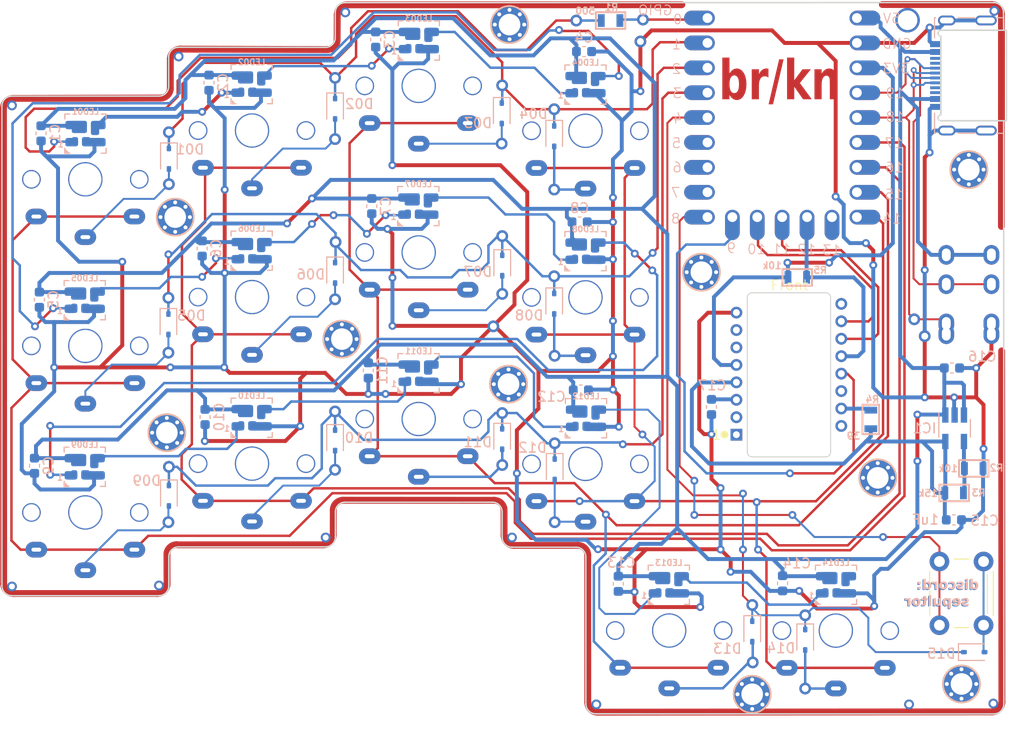
<source format=kicad_pcb>
(kicad_pcb (version 20221018) (generator pcbnew)
  (title_block (title "pcb/cut-slope") (rev "v1.0.0") (company "Unknown"))
  (layers (0 "F.Cu" signal) (31 "B.Cu" signal) (34 "B.Paste" user) (35 "F.Paste" user) (36 "B.SilkS" user "B.Silkscreen") (37 "F.SilkS" user "F.Silkscreen") (38 "B.Mask" user) (39 "F.Mask" user) (44 "Edge.Cuts" user))
  (net 0 "")
  (net 1 "ROW0")
  (net 2 "ROW1")
  (net 3 "ROW2")
  (net 4 "COL0")
  (net 5 "COL1")
  (net 6 "COL2")
  (net 7 "COL3")
  (net 8 "Net-(D11-Pad2)")
  (net 9 "Net-(D12-Pad2)")
  (net 10 "ROW3")
  (net 11 "Net-(D01-Pad2)")
  (net 12 "Net-(D02-Pad2)")
  (net 13 "Net-(D03-Pad2)")
  (net 14 "Net-(D04-Pad2)")
  (net 15 "Net-(D05-Pad2)")
  (net 16 "Net-(D06-Pad2)")
  (net 17 "Net-(D07-Pad2)")
  (net 18 "Net-(D08-Pad2)")
  (net 19 "Net-(D09-Pad2)")
  (net 20 "Net-(D10-Pad2)")
  (net 21 "Net-(D13-Pad2)")
  (net 22 "Net-(D14-Pad2)")
  (net 23 "GND")
  (net 24 "LED")
  (net 25 "Net-(LED10-DOUT)")
  (net 26 "Net-(LED11-DOUT)")
  (net 27 "Net-(LED13-DOUT)")
  (net 30 "Net-(LED01-DIN)")
  (net 31 "Net-(LED12-DOUT)")
  (net 33 "Net-(LED01-DOUT)")
  (net 34 "Net-(LED02-DOUT)")
  (net 35 "Net-(LED03-DOUT)")
  (net 36 "Net-(LED04-DOUT)")
  (net 37 "Net-(LED05-DOUT)")
  (net 38 "Net-(LED06-DOUT)")
  (net 39 "Net-(LED07-DOUT)")
  (net 40 "Net-(LED08-DOUT)")
  (net 41 "Net-(LED09-DOUT)")
  (net 42 "5V")
  (net 43 "2V")
  (net 44 "Net-(U3-VDDPIX)")
  (net 45 "Net-(IC1-ADJ)")
  (net 46 "Net-(U3-LED_P)")
  (net 47 "MISO")
  (net 48 "3V3")
  (net 55 "NCS")
  (net 56 "MOSI")
  (net 58 "SCK")
  (net 60 "RX")
  (net 61 "TX")
  (net 67 "Net-(D15-Pad2)")
  (net 68 "COL4")
  (footprint "miketronic_fplib:MB_MountingHole_2.2mm_M2_Pad_Via" (layer "F.Cu") (at 261 61.75)
    (fp_text reference "REF**" hide)
    (fp_text value "M2_Pad" hide)
  )
  (footprint "miketronic_fplib:MB_MountingHole_2.2mm_M2_Pad_Via" (layer "F.Cu") (at 179.2 88.6)
    (fp_text reference "REF**" hide)
    (fp_text value "M2_Pad")
  )
  (footprint "miketronic_fplib:MB_KailhChoc-1U_rev_17mm_oval" (layer "F.Cu") (at 246.73581 111.502659)
    (fp_text reference "SW14")
    (fp_text value "SW")
  )
  (footprint "miketronic_fplib:MB_VIA-.6mm" (layer "F.Cu") (at 214.4 99.3)
    (fp_text reference "REF**" hide)
    (fp_text value "MB_VIA-.6mm" hide)
  )
  (footprint "miketronic_fplib:MB_MountingHole_2.2mm_M2_Pad_Via" (layer "F.Cu") (at 238.9 115.3)
    (fp_text reference "REF**" hide)
    (fp_text value "M2_Pad")
  )
  (footprint "" (layer "F.Cu") (at 227.758564 46.435769)
    (fp_text reference "")
    (fp_text value "")
  )
  (footprint "miketronic_fplib:MB_KailhChoc-1U_rev_17mm_oval" (layer "F.Cu") (at 170.186692 82.440283)
    (fp_text reference "SW05")
    (fp_text value "SW")
  )
  (footprint "" (layer "F.Cu") (at 218.708564 55.585769 15)
    (fp_text reference "")
    (fp_text value "")
  )
  (footprint "" (layer "F.Cu") (at 238.958564 112.05 15)
    (fp_text reference "")
    (fp_text value "")
  )
  (footprint "miketronic_fplib:MB_VIA-.6mm" (layer "F.Cu") (at 163.4 55.2)
    (fp_text reference "REF**" hide)
    (fp_text value "MB_VIA-.6mm" hide)
  )
  (footprint "" (layer "F.Cu") (at 196.358564 52.385769 15)
    (fp_text reference "")
    (fp_text value "")
  )
  (footprint "miketronic_fplib:MB_VIA-.6mm" (layer "F.Cu") (at 254.9 116.335769)
    (fp_text reference "REF**" hide)
    (fp_text value "MB_VIA-.6mm" hide)
  )
  (footprint "" (layer "F.Cu") (at 218.758564 89.685769 15)
    (fp_text reference "")
    (fp_text value "")
  )
  (footprint "" (layer "F.Cu") (at 218.708564 63.785769 15)
    (fp_text reference "")
    (fp_text value "")
  )
  (footprint "" (layer "F.Cu") (at 179.358564 97.735769 15)
    (fp_text reference "")
    (fp_text value "")
  )
  (footprint "" (layer "F.Cu") (at 213.408564 91.9 15)
    (fp_text reference "")
    (fp_text value "")
  )
  (footprint "" (layer "F.Cu") (at 255.43 77.03)
    (fp_text reference "")
    (fp_text value "")
  )
  (footprint "" (layer "F.Cu") (at 244.308564 114.715769 15)
    (fp_text reference "")
    (fp_text value "")
  )
  (footprint "miketronic_fplib:MB_VIA-.6mm" (layer "F.Cu") (at 195.4 99.3)
    (fp_text reference "REF**" hide)
    (fp_text value "MB_VIA-.6mm" hide)
  )
  (footprint "" (layer "F.Cu") (at 212.5 77.75 15)
    (fp_text reference "")
    (fp_text value "")
  )
  (footprint "miketronic_fplib:MB_VIA-.6mm" (layer "F.Cu") (at 223 116.335769)
    (fp_text reference "REF**" hide)
    (fp_text value "MB_VIA-.6mm" hide)
  )
  (footprint "" (layer "F.Cu") (at 179.358564 80.435769 15)
    (fp_text reference "")
    (fp_text value "")
  )
  (footprint "miketronic_fplib:MB_VIA-.6mm" (layer "F.Cu") (at 163.4 104.3)
    (fp_text reference "REF**" hide)
    (fp_text value "MB_VIA-.6mm" hide)
  )
  (footprint "" (layer "F.Cu") (at 218.708564 72.635769 15)
    (fp_text reference "")
    (fp_text value "")
  )
  (footprint "" (layer "F.Cu") (at 213.408564 68.535769 15)
    (fp_text reference "")
    (fp_text value "")
  )
  (footprint "miketronic_fplib:MB_KailhChoc-1U_rev_17mm_oval" (layer "F.Cu") (at 204.187225 72.903948)
    (fp_text reference "SW07")
    (fp_text value "SW")
  )
  (footprint "miketronic_fplib:MB_MountingHole_2.2mm_M2_Pad_Via" (layer "F.Cu") (at 260.25 114.25)
    (fp_text reference "REF**" hide)
    (fp_text value "M2_Pad" hide)
  )
  (footprint "miketronic_fplib:MB_KailhChoc-1U_rev_17mm_oval" (layer "F.Cu") (at 204.187224 55.903948)
    (fp_text reference "SW03")
    (fp_text value "SW")
  )
  (footprint "miketronic_fplib:MB_KailhChoc-1U_rev_17mm_oval" (layer "F.Cu") (at 187.18693 77.459163)
    (fp_text reference "SW06")
    (fp_text value "SW")
  )
  (footprint "miketronic_fplib:MB_MountingHole_2.2mm_M2_Pad_Via" (layer "F.Cu") (at 214.05 83.65)
    (fp_text reference "REF**" hide)
    (fp_text value "M2_Pad")
  )
  (footprint "miketronic_fplib:MB_KailhChoc-1U_rev_17mm_oval" (layer "F.Cu") (at 187.186931 94.459164)
    (fp_text reference "SW10")
    (fp_text value "SW")
  )
  (footprint "miketronic_fplib:MB_TRRS-PJ-320A" (layer "F.Cu") (at 261 67.25)
    (fp_text reference "U2" hide)
    (fp_text value "TRRS" hide)
  )
  (footprint "miketronic_fplib:MB_6x6_SW" (layer "F.Cu") (at 262.5 101.75 -90)
    (fp_text reference "SW15" hide)
    (fp_text value "SW" hide)
  )
  (footprint "" (layer "F.Cu") (at 179.408564 92.085769 15)
    (fp_text reference "")
    (fp_text value "")
  )
  (footprint "miketronic_fplib:MB_VIA-.6mm" (layer "F.Cu") (at 197.4 45.7)
    (fp_text reference "REF**" hide)
    (fp_text value "MB_VIA-.6mm" hide)
  )
  (footprint "miketronic_fplib:MB_KailhChoc-1U_rev_17mm_oval" (layer "F.Cu") (at 170.186693 99.440284)
    (fp_text reference "SW09")
    (fp_text value "SW")
  )
  (footprint "miketronic_fplib:MB_MountingHole_M2" (layer "F.Cu") (at 254.75 46.5)
    (fp_text reference "REF**" hide)
    (fp_text value "MB_MountingHole_M2" hide)
  )
  (footprint "miketronic_fplib:MB_MountingHole_2.2mm_M2_Pad_Via" (layer "F.Cu") (at 214.15 46.95)
    (fp_text reference "REF**" hide)
    (fp_text value "M2_Pad")
  )
  (footprint "" (layer "F.Cu") (at 196.358564 92.385769 15)
    (fp_text reference "")
    (fp_text value "")
  )
  (footprint "miketronic_fplib:MB_VIA-.6mm" (layer "F.Cu") (at 263.5 116.25)
    (fp_text reference "REF**" hide)
    (fp_text value "MB_VIA-.6mm" hide)
  )
  (footprint "" (layer "F.Cu") (at 196.358564 58.635769 15)
    (fp_text reference "")
    (fp_text value "")
  )
  (footprint "" (layer "F.Cu") (at 218.75 80.75 15)
    (fp_text reference "")
    (fp_text value "")
  )
  (footprint "miketronic_fplib:MB_KailhChoc-1U_rev_17mm_oval" (layer "F.Cu") (at 229.735575 111.494157)
    (fp_text reference "SW13")
    (fp_text value "SW")
  )
  (footprint "" (layer "F.Cu") (at 179.358564 74.835769 15)
    (fp_text reference "")
    (fp_text value "")
  )
  (footprint "miketronic_fplib:MB_PMW3360" (layer "F.Cu") (at 242.82 84.1)
    (fp_text reference "U3" hide)
    (fp_text value "PMW3360DM-T2QU" hide)
    (fp_line (start -4.417194 6.470001) (end -4.417194 -9.279999) (stroke (width 0.1)) (layer "Edge.Cuts"))
    (fp_line (start -3.917194 -9.779999) (end 3.582806 -9.779999) (stroke (width 0.1)) (layer "Edge.Cuts"))
    (fp_line (start -3.917194 6.970001) (end 3.582806 6.970001) (stroke (width 0.1)) (layer "Edge.Cuts"))
    (fp_line (start 4.082806 -9.279999) (end 4.082806 6.470001) (stroke (width 0.1)) (layer "Edge.Cuts"))
    (fp_arc (start -4.417194 -9.279999) (mid -4.270747 -9.633552) (end -3.917194 -9.779999) (stroke (width 0.1)) (layer "Edge.Cuts"))
    (fp_arc (start -3.917194 6.970001) (mid -4.270751 6.823558) (end -4.417194 6.470001) (stroke (width 0.1)) (layer "Edge.Cuts"))
    (fp_arc (start 3.582806 -9.779999) (mid 3.936344 -9.633536) (end 4.082806 -9.279999) (stroke (width 0.1)) (layer "Edge.Cuts"))
    (fp_arc (start 4.082806 6.470001) (mid 3.936359 6.823556) (end 3.582806 6.970001) (stroke (width 0.1)) (layer "Edge.Cuts"))
  )
  (footprint "miketronic_fplib:MB_KailhChoc-1U_rev_17mm_oval" (layer "F.Cu") (at 221.199777 94.487819)
    (fp_text reference "SW12")
    (fp_text value "SW")
  )
  (footprint "miketronic_fplib:MB_KailhChoc-1U_rev_17mm_oval" (layer "F.Cu") (at 221.199777 77.487819)
    (fp_text reference "SW08")
    (fp_text value "SW")
  )
  (footprint "" (layer "F.Cu") (at 256.5 78.75)
    (fp_text reference "")
    (fp_text value "")
  )
  (footprint "miketronic_fplib:MB_KailhChoc-1U_rev_17mm_oval" (layer "F.Cu") (at 204.187226 89.903949)
    (fp_text reference "SW11")
    (fp_text value "SW")
  )
  (footprint "" (layer "F.Cu") (at 213.4 53.15 15)
    (fp_text reference "")
    (fp_text value "")
  )
  (footprint "" (layer "F.Cu") (at 218.758564 97.735769 15)
    (fp_text reference "")
    (fp_text value "")
  )
  (footprint "miketronic_fplib:MB_VIA-.6mm" (layer "F.Cu") (at 263.6 45.55)
    (fp_text reference "REF**" hide)
    (fp_text value "MB_VIA-.6mm" hide)
  )
  (footprint "" (layer "F.Cu") (at 196.358564 74.985769 15)
    (fp_text reference "")
    (fp_text value "")
  )
  (footprint "" (layer "F.Cu") (at 220.958564 46.535769)
    (fp_text reference "")
    (fp_text value "")
  )
  (footprint "miketronic_fplib:MB_KailhChoc-1U_rev_17mm_oval" (layer "F.Cu") (at 187.186931 60.459164)
    (fp_text reference "SW02")
    (fp_text value "SW")
  )
  (footprint "" (layer "F.Cu") (at 213.35 59.1 15)
    (fp_text reference "")
    (fp_text value "")
  )
  (footprint "miketronic_fplib:MB_MountingHole_2.2mm_M2_Pad_Via" (layer "F.Cu") (at 180.05 66.6)
    (fp_text reference "REF**" hide)
    (fp_text value "M2_Pad")
  )
  (footprint "" (layer "F.Cu") (at 196.358564 86.435769 15)
    (fp_text reference "")
    (fp_text value "")
  )
  (footprint "" (layer "F.Cu") (at 238.908564 106.185769 15)
    (fp_text reference "")
    (fp_text value "")
  )
  (footprint "" (layer "F.Cu") (at 213.408564 74.435769 15)
    (fp_text reference "")
    (fp_text value "")
  )
  (footprint "miketronic_fplib:MB_KailhChoc-1U_rev_17mm_oval" (layer "F.Cu") (at 221.199778 60.48782)
    (fp_text reference "SW04")
    (fp_text value "SW")
  )
  (footprint "miketronic_fplib:MB_VIA-.6mm" (layer "F.Cu") (at 180.4 50.2)
    (fp_text reference "REF**" hide)
    (fp_text value "MB_VIA-.6mm" hide)
  )
  (footprint "" (layer "F.Cu") (at 196.408564 69.135769 15)
    (fp_text reference "")
    (fp_text value "")
  )
  (footprint "" (layer "F.Cu") (at 179.408564 57.935769 15)
    (fp_text reference "")
    (fp_text value "")
  )
  (footprint "" (layer "F.Cu") (at 179.408564 63.235769 15)
    (fp_text reference "")
    (fp_text value "")
  )
  (footprint "" (layer "F.Cu") (at 213.4 86.6 15)
    (fp_text reference "")
    (fp_text value "")
  )
  (footprint "" (layer "F.Cu") (at 244.308564 107.235769 15)
    (fp_text reference "")
    (fp_text value "")
  )
  (footprint "miketronic_fplib:MB_VIA-.6mm" (layer "F.Cu") (at 178.4 104.2)
    (fp_text reference "REF**" hide)
    (fp_text value "MB_VIA-.6mm" hide)
  )
  (footprint "" (layer "F.Cu") (at 227.5 48.675)
    (fp_text reference "")
    (fp_text value "")
  )
  (footprint "miketronic_fplib:MB_KailhChoc-1U_rev_17mm_oval" (layer "F.Cu") (at 170.186692 65.440284)
    (fp_text reference "SW01")
    (fp_text value "SW")
  )
  (footprint "miketronic_fplib:MB_MountingHole_2.2mm_M2_Pad_Via" (layer "F.Cu") (at 197.05 79.05)
    (fp_text reference "REF**" hide)
    (fp_text value "M2_Pad")
  )
  (footprint "Capacitor_SMD:C_0603_1608Metric" (layer "B.Cu") (at 182.8 69.8 90)
    (fp_text reference "C6")
    (fp_text value "1uF")
  )
  (footprint "Diode_SMD:D_SOD-323" (layer "B.Cu") (at 244.308564 109.735769 -90)
    (fp_text reference "D14")
    (fp_text value "D")
  )
  (footprint "Capacitor_SMD:C_0603_1608Metric" (layer "B.Cu") (at 183.5 52.875 90)
    (fp_text reference "C2")
    (fp_text value "1uF")
  )
  (footprint "Diode_SMD:D_SOD-323" (layer "B.Cu") (at 196.358564 72.285769 -90)
    (fp_text reference "D06")
    (fp_text value "D")
  )
  (footprint "Capacitor_SMD:C_0603_1608Metric" (layer "B.Cu") (at 200.5 48.475 90)
    (fp_text reference "C3")
    (fp_text value "1uF")
  )
  (footprint "Capacitor_SMD:C_0603_1608Metric" (layer "B.Cu") (at 225.25 104.025 90)
    (fp_text reference "C13")
    (fp_text value "1uF")
  )
  (footprint "Capacitor_SMD:C_0603_1608Metric" (layer "B.Cu") (at 221.75 49.7 180)
    (fp_text reference "C4")
    (fp_text value "1uF")
  )
  (footprint "Diode_SMD:D_SOD-323" (layer "B.Cu") (at 213.408564 71.535769 -90)
    (fp_text reference "D07")
    (fp_text value "D")
  )
  (footprint "Keebio-Parts:R_0805" (layer "B.Cu") (at 224.458564 46.535769 180)
    (fp_text reference "R1")
    (fp_text value "500")
  )
  (footprint "miketronic_fplib:MB_SK6812_Mini" (layer "B.Cu") (at 187.85 53.025 180)
    (fp_text reference "LED02")
    (fp_text value "SK6812MINI")
  )
  (footprint "Capacitor_SMD:C_0603_1608Metric" (layer "B.Cu") (at 242 103.975 90)
    (fp_text reference "C14")
    (fp_text value "1uF")
  )
  (footprint "miketronic_fplib:MB_SK6812_Mini" (layer "B.Cu") (at 170.825 92.08 180)
    (fp_text reference "LED09")
    (fp_text value "SK6812MINI")
  )
  (footprint "Package_TO_SOT_SMD:SOT-23-5_HandSoldering" (layer "B.Cu") (at 259.55 88.15 -90)
    (fp_text reference "IC1")
    (fp_text value "AP7335-WG-7" hide)
  )
  (footprint "Diode_SMD:D_SOD-323" (layer "B.Cu") (at 238.908564 108.885769 -90)
    (fp_text reference "D13")
    (fp_text value "D")
  )
  (footprint "Capacitor_SMD:C_0603_1608Metric" (layer "B.Cu") (at 199.75 82.25 90)
    (fp_text reference "C11")
    (fp_text value "1uF")
  )
  (footprint "Diode_SMD:D_SOD-323" (layer "B.Cu") (at 218.708564 75.435769 -90)
    (fp_text reference "D08")
    (fp_text value "D")
  )
  (footprint "miketronic_fplib:MB_SK6812_Mini" (layer "B.Cu") (at 221.95 87.125 180)
    (fp_text reference "LED12")
    (fp_text value "SK6812MINI")
  )
  (footprint "Capacitor_SMD:C_0603_1608Metric" (layer "B.Cu") (at 166.2 75.025 90)
    (fp_text reference "C5")
    (fp_text value "1uF")
  )
  (footprint "Capacitor_SMD:C_0603_1608Metric" (layer "B.Cu") (at 259.275 82)
    (fp_text reference "C16")
    (fp_text value "1uF")
  )
  (footprint "miketronic_fplib:MB_rp2040-zero-001" (layer "B.Cu") (at 241.96 56.44 180)
    (fp_text reference "U1" hide)
    (fp_text value "rp2040-zero" hide)
  )
  (footprint "miketronic_fplib:MB_SK6812_Mini" (layer "B.Cu") (at 187.85 87.075 180)
    (fp_text reference "LED10")
    (fp_text value "SK6812MINI")
  )
  (footprint "Capacitor_SMD:C_0603_1608Metric" (layer "B.Cu") (at 166.37 58.05 90)
    (fp_text reference "C1")
    (fp_text value "1uF")
  )
  (footprint "miketronic_fplib:MB_SK6812_Mini" (layer "B.Cu") (at 221.9 53.075 180)
    (fp_text reference "LED04")
    (fp_text value "SK6812MINI")
  )
  (footprint "Keebio-Parts:R_0805" (layer "B.Cu") (at 243.5 72.75)
    (fp_text reference "R5")
    (fp_text value "10k")
  )
  (footprint "Keebio-Parts:R_0805" (layer "B.Cu") (at 259.5 94.75 180)
    (fp_text reference "R3")
    (fp_text value "15k")
  )
  (footprint "Capacitor_SMD:C_0603_1608Metric" (layer "B.Cu") (at 200.1 65.475 90)
    (fp_text reference "C7")
    (fp_text value "1uF")
  )
  (footprint "Diode_SMD:D_SOD-323" (layer "B.Cu") (at 218.708564 58.335769 -90)
    (fp_text reference "D04")
    (fp_text value "D")
  )
  (footprint "Capacitor_SMD:C_0603_1608Metric" (layer "B.Cu") (at 183.1 87 90)
    (fp_text reference "C10")
    (fp_text value "1uF")
  )
  (footprint "miketronic_fplib:MB_SK6812_Mini" (layer "B.Cu") (at 170.825 75.08 180)
    (fp_text reference "LED05")
    (fp_text value "SK6812MINI")
  )
  (footprint "Diode_SMD:D_SOD-323" (layer "B.Cu") (at 179.408564 60.635769 -90)
    (fp_text reference "D01")
    (fp_text value "D")
  )
  (footprint "Diode_SMD:D_SOD-323" (layer "B.Cu") (at 196.358564 89.385769 -90)
    (fp_text reference "D10")
    (fp_text value "D")
  )
  (footprint "miketronic_fplib:MB_SK6812_Mini" (layer "B.Cu") (at 187.85 70.025 180)
    (fp_text reference "LED06")
    (fp_text value "SK6812MINI")
  )
  (footprint "miketronic_fplib:MB_Molex-216990_USB_TYPE-C" (layer "B.Cu") (at 264.85 52.145 -90)
    (fp_text reference "J1")
    (fp_text value "USB_C")
    (fp_line (start -4.62 0) (end -4.62 6.7) (stroke (width 0.12)) (layer "Edge.Cuts"))
    (fp_line (start -4.62 0) (end 4.62 0) (stroke (width 0.12)) (layer "Edge.Cuts"))
    (fp_line (start -4.02 6.7) (end 4.02 6.7) (stroke (width 0.12)) (layer "Edge.Cuts"))
    (fp_line (start 4.62 6.7) (end 4.62 0) (stroke (width 0.12)) (layer "Edge.Cuts"))
    (fp_arc (start -4.02 6.7) (mid -4.32 7) (end -4.62 6.7) (stroke (width 0.12)) (layer "Edge.Cuts"))
    (fp_arc (start 4.62 6.7) (mid 4.32 7) (end 4.02 6.7) (stroke (width 0.12)) (layer "Edge.Cuts"))
  )
  (footprint "Keebio-Parts:R_0805" (layer "B.Cu") (at 251 87.25 90)
    (fp_text reference "R4")
    (fp_text value "39")
  )
  (footprint "miketronic_fplib:MB_SK6812_Mini" (layer "B.Cu") (at 204.85 65.475 180)
    (fp_text reference "LED07")
    (fp_text value "SK6812MINI")
  )
  (footprint "Keebio-Parts:R_0805" (layer "B.Cu") (at 261.5 92.25)
    (fp_text reference "R2")
    (fp_text value "10k")
  )
  (footprint "Diode_SMD:D_SOD-323" (layer "B.Cu") (at 179.358564 77.535769 -90)
    (fp_text reference "D05")
    (fp_text value "D")
  )
  (footprint "miketronic_fplib:MB_SK6812_Mini" (layer "B.Cu") (at 204.9 48.575 180)
    (fp_text reference "LED03")
    (fp_text value "SK6812MINI")
  )
  (footprint "Diode_SMD:D_SOD-323" (layer "B.Cu") (at 179.408564 95.035769 -90)
    (fp_text reference "D09")
    (fp_text value "D")
  )
  (footprint "Capacitor_SMD:C_0603_1608Metric" (layer "B.Cu") (at 259.475 97.5)
    (fp_text reference "C15")
    (fp_text value "1uF")
  )
  (footprint "miketronic_fplib:MB_SK6812_Mini" (layer "B.Cu") (at 221.9 70.075 180)
    (fp_text reference "LED08")
    (fp_text value "SK6812MINI")
  )
  (footprint "Diode_SMD:D_SOD-323" (layer "B.Cu") (at 261.55 111)
    (fp_text reference locked "D15")
    (fp_text value "D")
  )
  (footprint "miketronic_fplib:MB_SK6812_Mini" (layer "B.Cu") (at 204.875 82.53 180)
    (fp_text reference "LED11")
    (fp_text value "SK6812MINI")
  )
  (footprint "Diode_SMD:D_SOD-323" (layer "B.Cu") (at 218.758564 92.335769 -90)
    (fp_text reference "D12")
    (fp_text value "D")
  )
  (footprint "Capacitor_SMD:C_0603_1608Metric" (layer "B.Cu") (at 221.3 67.1 180)
    (fp_text reference "C8")
    (fp_text value "1uF")
  )
  (footprint "miketronic_fplib:MB_SK6812_Mini" (layer "B.Cu") (at 247.45 104.125 180)
    (fp_text reference "LED14")
    (fp_text value "SK6812MINI")
  )
  (footprint "miketronic_fplib:MB_SK6812_Mini" (layer "B.Cu") (at 230.4 104.125 180)
    (fp_text reference "LED13")
    (fp_text value "SK6812MINI")
  )
  (footprint "miketronic_fplib:MB_SK6812_Mini" (layer "B.Cu") (at 170.9 58.075 180)
    (fp_text reference "LED01")
    (fp_text value "SK6812MINI")
  )
  (footprint "Capacitor_SMD:C_0603_1608Metric" (layer "B.Cu") (at 234.75 85.975 -90)
    (fp_text reference "C17")
    (fp_text value "4.7uF")
  )
  (footprint "Diode_SMD:D_SOD-323" (layer "B.Cu") (at 213.4 89.25 -90)
    (fp_text reference "D11")
    (fp_text value "D")
  )
  (footprint "Diode_SMD:D_SOD-323" (layer "B.Cu") (at 196.358564 55.535769 -90)
    (fp_text reference "D02")
    (fp_text value "D")
  )
  (footprint "Capacitor_SMD:C_0603_1608Metric" (layer "B.Cu") (at 165.7 91.975 90)
    (fp_text reference "C9")
    (fp_text value "1uF")
  )
  (footprint "Capacitor_SMD:C_0603_1608Metric" (layer "B.Cu") (at 221.425 84.25 180)
    (fp_text reference "C12")
    (fp_text value "1uF")
  )
  (footprint "Diode_SMD:D_SOD-323" (layer "B.Cu") (at 213.358564 56 -90)
    (fp_text reference "D03")
    (fp_text value "D")
  )
  (gr_line (start 196.58095 45.934938) (end 196.56905 48.490062) (stroke (width 0.7)) (layer "F.Cu"))
  (gr_line (start 178.215131 105.019216) (end 163.559938 105.019049) (stroke (width 0.7)) (layer "F.Cu"))
  (gr_line (start 195.165136 100.044222) (end 180.228919 100.045845) (stroke (width 0.7)) (layer "F.Cu"))
  (gr_arc (start 263.325 44.9) (mid 264.034933 45.194055) (end 264.329155 45.903919) (stroke (width 0.7)) (layer "F.Cu"))
  (gr_line (start 214.604155 100.103919) (end 221.125 100.1) (stroke (width 0.7)) (layer "F.Cu"))
  (gr_arc (start 179.21905 104.015061) (mid 178.925 104.725) (end 178.215131 105.019216) (stroke (width 0.7)) (layer "F.Cu"))
  (gr_arc (start 179.205956 101.034944) (mid 179.5 100.325) (end 180.209875 100.030789) (stroke (width 0.7)) (layer "F.Cu"))
  (gr_arc (start 196.58095 45.934938) (mid 196.875 45.225) (end 197.584869 44.930782) (stroke (width 0.7)) (layer "F.Cu"))
  (gr_arc (start 163.559938 105.019049) (mid 162.85 104.725) (end 162.555783 104.01513) (stroke (width 0.7)) (layer "F.Cu"))
  (gr_line (start 178.55 54.45) (end 163.534869 54.480782) (stroke (width 0.7)) (layer "F.Cu"))
  (gr_line (start 162.555783 104.01513) (end 162.53095 55.484938) (stroke (width 0.7)) (layer "F.Cu"))
  (gr_line (start 263.365136 117.094222) (end 223.134933 117.125) (stroke (width 0.7)) (layer "F.Cu"))
  (gr_arc (start 179.55595 50.459938) (mid 179.85 49.75) (end 180.559869 49.455782) (stroke (width 0.7)) (layer "F.Cu"))
  (gr_line (start 179.55595 50.459938) (end 179.553919 53.445844) (stroke (width 0.7)) (layer "F.Cu"))
  (gr_line (start 197.178919 95.495845) (end 212.590067 95.505945) (stroke (width 0.7)) (layer "F.Cu"))
  (gr_arc (start 214.604155 100.103919) (mid 213.894216 99.809869) (end 213.6 99.1) (stroke (width 0.7)) (layer "F.Cu"))
  (gr_arc (start 221.125 100.1) (mid 221.834939 100.39405) (end 222.129155 101.103919) (stroke (width 0.7)) (layer "F.Cu"))
  (gr_arc (start 162.53095 55.484938) (mid 162.825 54.775) (end 163.534869 54.480782) (stroke (width 0.7)) (layer "F.Cu"))
  (gr_line (start 195.565131 49.494218) (end 180.559869 49.455782) (stroke (width 0.7)) (layer "F.Cu"))
  (gr_line (start 197.584869 44.930782) (end 231.725 44.925) (stroke (width 0.7)) (layer "F.Cu"))
  (gr_line (start 264.35 80.25) (end 264.369055 116.090067) (stroke (width 0.7)) (layer "F.Cu"))
  (gr_arc (start 212.590067 95.505945) (mid 213.3 95.8) (end 213.594222 96.509864) (stroke (width 0.7)) (layer "F.Cu"))
  (gr_arc (start 196.175 96.5) (mid 196.469055 95.790067) (end 197.178919 95.495845) (stroke (width 0.7)) (layer "F.Cu"))
  (gr_line (start 264.329155 45.903919) (end 264.325 67.55) (stroke (width 0.7)) (layer "F.Cu"))
  (gr_line (start 213.594222 96.509864) (end 213.6 99.1) (stroke (width 0.7)) (layer "F.Cu"))
  (gr_arc (start 223.134933 117.125) (mid 222.425 116.830945) (end 222.130778 116.121081) (stroke (width 0.7)) (layer "F.Cu"))
  (gr_arc (start 264.369055 116.090067) (mid 264.075 116.8) (end 263.365136 117.094222) (stroke (width 0.7)) (layer "F.Cu"))
  (gr_line (start 252.175 44.9) (end 263.325 44.9) (stroke (width 0.7)) (layer "F.Cu"))
  (gr_arc (start 196.169055 99.040067) (mid 195.875 99.75) (end 195.165136 100.044222) (stroke (width 0.7)) (layer "F.Cu"))
  (gr_arc (start 179.553919 53.445844) (mid 179.259869 54.155782) (end 178.55 54.45) (stroke (width 0.7)) (layer "F.Cu"))
  (gr_line (start 179.21905 104.015061) (end 179.205956 101.034944) (stroke (width 0.7)) (layer "F.Cu"))
  (gr_arc (start 196.56905 48.490062) (mid 196.275 49.2) (end 195.565131 49.494218) (stroke (width 0.7)) (layer "F.Cu"))
  (gr_line (start 196.175 96.5) (end 196.169055 99.040067) (stroke (width 0.7)) (layer "F.Cu"))
  (gr_line (start 222.129155 101.103919) (end 222.130778 116.121081) (stroke (width 0.7)) (layer "F.Cu"))
  (gr_arc (start 196.378455 45.712581) (mid 196.672509 45.002637) (end 197.382374 44.708426) (stroke (width 0.15)) (layer "Edge.Cuts"))
  (gr_arc (start 179.396276 101.260537) (mid 179.690333 100.550599) (end 180.400195 100.256382) (stroke (width 0.15)) (layer "Edge.Cuts"))
  (gr_arc (start 179.396618 104.236864) (mid 179.102571 104.946799) (end 178.392699 105.24102) (stroke (width 0.15)) (layer "Edge.Cuts"))
  (gr_line (start 162.381899 104.238837) (end 162.375839 55.252711) (stroke (width 0.15)) (layer "Edge.Cuts"))
  (gr_arc (start 220.93584 100.29128) (mid 221.645811 100.585315) (end 221.939995 101.295199) (stroke (width 0.15)) (layer "Edge.Cuts"))
  (gr_arc (start 212.39573 95.697309) (mid 213.105694 95.991346) (end 213.399885 96.701229) (stroke (width 0.15)) (layer "Edge.Cuts"))
  (gr_line (start 221.941196 116.291669) (end 221.939995 101.295199) (stroke (width 0.15)) (layer "Edge.Cuts"))
  (gr_line (start 220.93584 100.29128) (end 214.40215 100.287184) (stroke (width 0.15)) (layer "Edge.Cuts"))
  (gr_line (start 179.386995 53.247288) (end 179.384635 50.265578) (stroke (width 0.15)) (layer "Edge.Cuts"))
  (gr_arc (start 196.379411 48.269237) (mid 196.085367 48.979178) (end 195.375492 49.273393) (stroke (width 0.15)) (layer "Edge.Cuts"))
  (gr_arc (start 179.386995 53.247288) (mid 179.092939 53.95723) (end 178.383075 54.251444) (stroke (width 0.15)) (layer "Edge.Cuts"))
  (gr_line (start 195.383659 100.253863) (end 180.400195 100.256382) (stroke (width 0.15)) (layer "Edge.Cuts"))
  (gr_line (start 258.15 48.125) (end 258.15 56.165) (stroke (width 0.15)) (layer "Edge.Cuts"))
  (gr_arc (start 264.564176 116.30287) (mid 264.27014 117.01283) (end 263.560257 117.307025) (stroke (width 0.15)) (layer "Edge.Cuts"))
  (gr_line (start 179.396618 104.236864) (end 179.396276 101.260537) (stroke (width 0.15)) (layer "Edge.Cuts"))
  (gr_arc (start 222.945351 117.295588) (mid 222.23545 117.00152) (end 221.941196 116.291669) (stroke (width 0.15)) (layer "Edge.Cuts"))
  (gr_arc (start 179.384635 50.265578) (mid 179.678682 49.555631) (end 180.388554 49.261423) (stroke (width 0.15)) (layer "Edge.Cuts"))
  (gr_arc (start 263.53 44.7) (mid 264.239925 44.994044) (end 264.534155 45.703919) (stroke (width 0.15)) (layer "Edge.Cuts"))
  (gr_line (start 195.375492 49.273393) (end 180.388554 49.261423) (stroke (width 0.15)) (layer "Edge.Cuts"))
  (gr_line (start 196.387578 99.249708) (end 196.385617 96.70308) (stroke (width 0.15)) (layer "Edge.Cuts"))
  (gr_arc (start 196.384731 96.698251) (mid 196.678785 95.988307) (end 197.38865 95.694096) (stroke (width 0.15)) (layer "Edge.Cuts"))
  (gr_line (start 197.382374 44.708426) (end 263.53 44.7) (stroke (width 0.15)) (layer "Edge.Cuts"))
  (gr_line (start 178.392699 105.24102) (end 163.386054 105.242756) (stroke (width 0.15)) (layer "Edge.Cuts"))
  (gr_line (start 264.564176 116.30287) (end 264.55 56.765) (stroke (width 0.15)) (layer "Edge.Cuts"))
  (gr_arc (start 162.375839 55.252711) (mid 162.669886 54.542763) (end 163.379758 54.248555) (stroke (width 0.15)) (layer "Edge.Cuts"))
  (gr_line (start 264.55 47.525) (end 258.15 47.525) (stroke (width 0.15)) (layer "Edge.Cuts"))
  (gr_arc (start 258.15 48.125) (mid 257.85 47.825) (end 258.15 47.525) (stroke (width 0.15)) (layer "Edge.Cuts"))
  (gr_arc (start 163.386054 105.242756) (mid 162.676093 104.948712) (end 162.381899 104.238837) (stroke (width 0.15)) (layer "Edge.Cuts"))
  (gr_line (start 212.39573 95.697309) (end 197.38865 95.694096) (stroke (width 0.15)) (layer "Edge.Cuts"))
  (gr_arc (start 214.40215 100.287184) (mid 213.692249 99.993116) (end 213.397995 99.283265) (stroke (width 0.15)) (layer "Edge.Cuts"))
  (gr_line (start 264.534155 45.703919) (end 264.55 47.525) (stroke (width 0.15)) (layer "Edge.Cuts"))
  (gr_line (start 196.379411 48.269237) (end 196.378455 45.712581) (stroke (width 0.15)) (layer "Edge.Cuts"))
  (gr_line (start 163.379758 54.248555) (end 178.383075 54.251444) (stroke (width 0.15)) (layer "Edge.Cuts"))
  (gr_line (start 263.560257 117.307025) (end 222.945351 117.295588) (stroke (width 0.15)) (layer "Edge.Cuts"))
  (gr_arc (start 196.387578 99.249708) (mid 196.093523 99.95965) (end 195.383659 100.253863) (stroke (width 0.15)) (layer "Edge.Cuts"))
  (gr_line (start 213.397995 99.283265) (end 213.399885 96.701229) (stroke (width 0.15)) (layer "Edge.Cuts"))
  (gr_line (start 258.15 56.765) (end 264.55 56.765) (stroke (width 0.15)) (layer "Edge.Cuts"))
  (gr_arc (start 258.15 56.765) (mid 257.85 56.465) (end 258.15 56.165) (stroke (width 0.15)) (layer "Edge.Cuts"))
  (gr_text "br/kn" (at 235.5 55.25) (layer "F.Cu") (effects (font (size 4 3) (thickness 0.75) bold) (justify left bottom)))
  (gr_text "discord: \n  sepultor" (at 261.95 106.5) (layer "B.Cu") (effects (font (size 1 1) (thickness 0.2) bold) (justify left bottom mirror)))
  (gr_text "discord: \n  sepultor" (at 262.025 106.425) (layer "B.SilkS") (effects (font (size 1 1) (thickness 0.2) bold) (justify left bottom mirror)))
  (segment (start 215.785769 55.585769) (end 218.708564 55.585769) (width 0.25) (layer "F.Cu") (net 1))
  (segment (start 229.5 48.75) (end 234.27 48.75) (width 0.25) (layer "F.Cu") (net 1))
  (segment (start 180.8 56.544333) (end 180.8 53) (width 0.25) (layer "F.Cu") (net 1))
  (segment (start 198.5 50.25) (end 198.5 47.9) (width 0.25) (layer "F.Cu") (net 1))
  (segment (start 213.4 53.2) (end 215.785769 55.585769) (width 0.25) (layer "F.Cu") (net 1))
  (segment (start 218.708564 55.585769) (end 228.158564 55.585769) (width 0.25) (layer "F.Cu") (net 1))
  (segment (start 228.75 54.994333) (end 228.75 49.5) (width 0.25) (layer "F.Cu") (net 1))
  (segment (start 213.4 50.8) (end 213.4 53.15) (width 0.25) (layer "F.Cu") (net 1))
  (segment (start 228.158564 55.585769) (end 228.75 54.994333) (width 0.25) (layer "F.Cu") (net 1))
  (segment (start 196.364231 52.385769) (end 198.5 50.25) (width 0.25) (layer "F.Cu") (net 1))
  (segment (start 196.358564 52.385769) (end 196.364231 52.385769) (width 0.25) (layer "F.Cu") (net 1))
  (segment (start 198.5 47.9) (end 200.314231 46.085769) (width 0.25) (layer "F.Cu") (net 1))
  (segment (start 182.95 50.85) (end 194.822795 50.85) (width 0.25) (layer "F.Cu") (net 1))
  (segment (start 228.75 49.5) (end 229.5 48.75) (width 0.25) (layer "F.Cu") (net 1))
  (segment (start 180.8 53) (end 182.95 50.85) (width 0.25) (layer "F.Cu") (net 1))
  (segment (start 200.314231 46.085769) (end 208.685769 46.085769) (width 0.25) (layer "F.Cu") (net 1))
  (segment (start 179.408564 57.935769) (end 180.8 56.544333) (width 0.25) (layer "F.Cu") (net 1))
  (segment (start 194.822795 50.85) (end 196.358564 52.385769) (width 0.25) (layer "F.Cu") (net 1))
  (segment (start 234.27 48.75) (end 234.34 48.82) (width 0.25) (layer "F.Cu") (net 1))
  (segment (start 213.4 53.15) (end 213.4 53.2) (width 0.25) (layer "F.Cu") (net 1))
  (segment (start 208.685769 46.085769) (end 213.4 50.8) (width 0.25) (layer "F.Cu") (net 1))
  (segment (start 213.408564 54.9) (end 213.358564 54.95) (width 0.25) (layer "B.Cu") (net 1))
  (segment (start 179.408564 57.935769) (end 179.408564 59.585769) (width 0.25) (layer "B.Cu") (net 1))
  (segment (start 196.358564 54.485769) (end 196.358564 52.385769) (width 0.25) (layer "B.Cu") (net 1))
  (segment (start 213.4 53.15) (end 213.408564 53.158564) (width 0.25) (layer "B.Cu") (net 1))
  (segment (start 218.708564 57.235769) (end 218.708564 55.585769) (width 0.25) (layer "B.Cu") (net 1))
  (segment (start 213.408564 53.158564) (end 213.408564 54.9) (width 0.25) (layer "B.Cu") (net 1))
  (segment (start 229.89 51.36) (end 234.34 51.36) (width 0.25) (layer "F.Cu") (net 2))
  (segment (start 229.25 69.75) (end 229.25 52) (width 0.25) (layer "F.Cu") (net 2))
  (segment (start 179.358564 70.4) (end 179.358564 74.835769) (width 0.25) (layer "F.Cu") (net 2))
  (segment (start 229.25 52) (end 229.89 51.36) (width 0.25) (layer "F.Cu") (net 2))
  (segment (start 228.75 70.25) (end 229.25 69.75) (width 0.25) (layer "F.Cu") (net 2))
  (via (at 228.75 70.25) (size 0.8) (drill 0.4) (layers "F.Cu" "B.Cu") (net 2))
  (via (at 179.358564 70.4) (size 0.8) (drill 0.4) (layers "F.Cu" "B.Cu") (net 2))
  (segment (start 212 69.5) (end 212.964231 68.535769) (width 0.25) (layer "B.Cu") (net 2))
  (segment (start 209 72) (end 211.25 72) (width 0.25) (layer "B.Cu") (net 2))
  (segment (start 217.510769 72.635769) (end 218.708564 72.635769) (width 0.25) (layer "B.Cu") (net 2))
  (segment (start 228.75 70.25) (end 226.364231 72.635769) (width 0.25) (layer "B.Cu") (net 2))
  (segment (start 183.814231 66.285769) (end 194.458564 66.285769) (width 0.25) (layer "B.Cu") (net 2))
  (segment (start 213.410769 68.535769) (end 217.510769 72.635769) (width 0.25) (layer "B.Cu") (net 2))
  (segment (start 226.364231 72.635769) (end 218.708564 72.635769) (width 0.25) (layer "B.Cu") (net 2))
  (segment (start 212.964231 68.535769) (end 213.408564 68.535769) (width 0.25) (layer "B.Cu") (net 2))
  (segment (start 196.408564 68.235769) (end 196.408564 69.135769) (width 0.25) (layer "B.Cu") (net 2))
  (segment (start 199 72) (end 203 72) (width 0.25) (layer "B.Cu") (net 2))
  (segment (start 218.708564 74.385769) (end 218.708564 72.635769) (width 0.25) (layer "B.Cu") (net 2))
  (segment (start 196.408564 69.135769) (end 196.408564 69.408564) (width 0.25) (layer "B.Cu") (net 2))
  (segment (start 203.75 72.75) (end 208.25 72.75) (width 0.25) (layer "B.Cu") (net 2))
  (segment (start 194.458564 66.285769) (end 196.408564 68.235769) (width 0.25) (layer "B.Cu") (net 2))
  (segment (start 213.408564 68.535769) (end 213.410769 68.535769) (width 0.25) (layer "B.Cu") (net 2))
  (segment (start 196.358564 71.235769) (end 196.408564 71.185769) (width 0.25) (layer "B.Cu") (net 2))
  (segment (start 196.408564 69.408564) (end 199 72) (width 0.25) (layer "B.Cu") (net 2))
  (segment (start 213.408564 70.485769) (end 213.408564 68.535769) (width 0.25) (layer "B.Cu") (net 2))
  (segment (start 179.7 70.4) (end 183.814231 66.285769) (width 0.25) (layer "B.Cu") (net 2))
  (segment (start 211.25 72) (end 212 71.25) (width 0.25) (layer "B.Cu") (net 2))
  (segment (start 196.408564 71.185769) (end 196.408564 69.135769) (width 0.25) (layer "B.Cu") (net 2))
  (segment (start 212 71.25) (end 212 69.5) (width 0.25) (layer "B.Cu") (net 2))
  (segment (start 208.25 72.75) (end 209 72) (width 0.25) (layer "B.Cu") (net 2))
  (segment (start 179.358564 70.4) (end 179.7 70.4) (width 0.25) (layer "B.Cu") (net 2))
  (segment (start 179.358564 76.485769) (end 179.358564 74.835769) (width 0.25) (layer "B.Cu") (net 2))
  (segment (start 203 72) (end 203.75 72.75) (width 0.25) (layer "B.Cu") (net 2))
  (segment (start 229.75 54.5) (end 230.35 53.9) (width 0.25) (layer "F.Cu") (net 3))
  (segment (start 229.75 88.744333) (end 229.75 54.5) (width 0.25) (layer "F.Cu") (net 3))
  (segment (start 228.708564 89.785769) (end 229.75 88.744333) (width 0.25) (layer "F.Cu") (net 3))
  (segment (start 225.708564 89.785769) (end 228.708564 89.785769) (width 0.25) (layer "F.Cu") (net 3))
  (segment (start 230.35 53.9) (end 234.34 53.9) (width 0.25) (layer "F.Cu") (net 3))
  (via (at 225.708564 89.785769) (size 0.8) (drill 0.4) (layers "F.Cu" "B.Cu") (net 3))
  (segment (start 190.25 93.25) (end 194.009964 93.25) (width 0.25) (layer "B.Cu") (net 3))
  (segment (start 214.9 86.6) (end 217.985769 89.685769) (width 0.25) (layer "B.Cu") (net 3))
  (segment (start 218.844333 89.6) (end 225.522795 89.6) (width 0.25) (layer "B.Cu") (net 3))
  (segment (start 195 87.794333) (end 196.358564 86.435769) (width 0.25) (layer "B.Cu") (net 3))
  (segment (start 213.4 86.6) (end 213.4 88.2) (width 0.25) (layer "B.Cu") (net 3))
  (segment (start 199.251744 89.328949) (end 211.171051 89.328949) (width 0.25) (layer "B.Cu") (net 3))
  (segment (start 196.358564 88.335769) (end 196.358564 86.435769) (width 0.25) (layer "B.Cu") (net 3))
  (segment (start 218.758564 89.685769) (end 218.844333 89.6) (width 0.25) (layer "B.Cu") (net 3))
  (segment (start 179.408564 92.085769) (end 180.247166 92.085769) (width 0.25) (layer "B.Cu") (net 3))
  (segment (start 212 87.3) (end 212.7 86.6) (width 0.25) (layer "B.Cu") (net 3))
  (segment (start 211.171051 89.328949) (end 212 88.5) (width 0.25) (layer "B.Cu") (net 3))
  (segment (start 194.009964 93.25) (end 195 92.259964) (width 0.25) (layer "B.Cu") (net 3))
  (segment (start 225.522795 89.6) (end 225.708564 89.785769) (width 0.25) (layer "B.Cu") (net 3))
  (segment (start 217.985769 89.685769) (end 218.758564 89.685769) (width 0.25) (layer "B.Cu") (net 3))
  (segment (start 196.358564 86.435769) (end 199.251744 89.328949) (width 0.25) (layer "B.Cu") (net 3))
  (segment (start 218.758564 91.285769) (end 218.758564 89.685769) (width 0.25) (layer "B.Cu") (net 3))
  (segment (start 212 88.5) (end 212 87.3) (width 0.25) (layer "B.Cu") (net 3))
  (segment (start 195 92.259964) (end 195 87.794333) (width 0.25) (layer "B.Cu") (net 3))
  (segment (start 189.5 94) (end 190.25 93.25) (width 0.25) (layer "B.Cu") (net 3))
  (segment (start 182.161397 94) (end 189.5 94) (width 0.25) (layer "B.Cu") (net 3))
  (segment (start 213.4 86.6) (end 214.9 86.6) (width 0.25) (layer "B.Cu") (net 3))
  (segment (start 212.7 86.6) (end 213.4 86.6) (width 0.25) (layer "B.Cu") (net 3))
  (segment (start 179.408564 93.985769) (end 179.408564 92.085769) (width 0.25) (layer "B.Cu") (net 3))
  (segment (start 180.247166 92.085769) (end 182.161397 94) (width 0.25) (layer "B.Cu") (net 3))
  (segment (start 254.433564 95.066436) (end 254.433564 59.433564) (width 0.25) (layer "F.Cu") (net 4))
  (segment (start 165.886692 83.540283) (end 175.886692 83.540283) (width 0.25) (layer "F.Cu") (net 4))
  (segment (start 165.886692 83.540283) (end 163.348564 86.078411) (width 0.25) (layer "F.Cu") (net 4))
  (segment (start 216.317894 99.425) (end 239.725 99.425) (width 0.25) (layer "F.Cu") (net 4))
  (segment (start 164.283079 100.540284) (end 175.886693 100.540284) (width 0.25) (layer "F.Cu") (net 4))
  (segment (start 191.725 99.125) (end 196.071051 94.778949) (width 0.25) (layer "F.Cu") (net 4))
  (segment (start 214.7 97.807106) (end 216.317894 99.425) (width 0.25) (layer "F.Cu") (net 4))
  (segment (start 177.301977 99.125) (end 191.725 99.125) (width 0.25) (layer "F.Cu") (net 4))
  (segment (start 163.468564 68.958412) (end 163.468564 81.122155) (width 0.25) (layer "F.Cu") (net 4))
  (segment (start 163.468564 81.122155) (end 165.886692 83.540283) (width 0.25) (layer "F.Cu") (net 4))
  (segment (start 163.348564 86.078411) (end 163.348564 99.605769) (width 0.25) (layer "F.Cu") (net 4))
  (segment (start 165.886692 66.540284) (end 175.886692 66.540284) (width 0.25) (layer "F.Cu") (net 4))
  (segment (start 214.7 95.632106) (end 214.7 97.807106) (width 0.25) (layer "F.Cu") (net 4))
  (segment (start 196.071051 94.778949) (end 213.846843 94.778949) (width 0.25) (layer "F.Cu") (net 4))
  (segment (start 239.725 99.425) (end 240.9 100.6) (width 0.25) (layer "F.Cu") (net 4))
  (segment (start 213.846843 94.778949) (end 214.7 95.632106) (width 0.25) (layer "F.Cu") (net 4))
  (segment (start 240.9 100.6) (end 248.9 100.6) (width 0.25) (layer "F.Cu") (net 4))
  (segment (start 165.886692 66.540284) (end 163.468564 68.958412) (width 0.25) (layer "F.Cu") (net 4))
  (segment (start 248.9 100.6) (end 254.433564 95.066436) (width 0.25) (layer "F.Cu") (net 4))
  (segment (start 163.348564 99.605769) (end 164.283079 100.540284) (width 0.25) (layer "F.Cu") (net 4))
  (segment (start 253.98 58.98) (end 249.58 58.98) (width 0.25) (layer "F.Cu") (net 4))
  (segment (start 254.433564 59.433564) (end 253.98 58.98) (width 0.25) (layer "F.Cu") (net 4))
  (segment (start 175.886693 100.540284) (end 177.301977 99.125) (width 0.25) (layer "F.Cu") (net 4))
  (segment (start 182.886931 95.559164) (end 192.886931 95.559164) (width 0.25) (layer "F.Cu") (net 5))
  (segment (start 182.88693 78.559163) (end 192.88693 78.559163) (width 0.25) (layer "F.Cu") (net 5))
  (segment (start 180.738564 69.461436) (end 180.738564 76.410797) (width 0.25) (layer "F.Cu") (net 5))
  (segment (start 180.738564 76.410797) (end 182.88693 78.559163) (width 0.25) (layer "F.Cu") (net 5))
  (segment (start 253.933564 94.816436) (end 248.65 100.1) (width 0.25) (layer "F.Cu") (net 5))
  (segment (start 182.88693 78.559163) (end 181.75 79.696093) (width 0.25) (layer "F.Cu") (net 5))
  (segment (start 183.1 67.1) (end 180.738564 69.461436) (width 0.25) (layer "F.Cu") (net 5))
  (segment (start 180.708564 93.380797) (end 182.886931 95.559164) (width 0.25) (layer "F.Cu") (net 5))
  (segment (start 214.053949 94.278949) (end 194.167146 94.278949) (width 0.25) (layer "F.Cu") (net 5))
  (segment (start 182.886931 61.559164) (end 192.886931 61.559164) (width 0.25) (layer "F.Cu") (net 5))
  (segment (start 253.933564 62.933564) (end 253.933564 94.816436) (width 0.25) (layer "F.Cu") (net 5))
  (segment (start 252.52 61.52) (end 253.933564 62.933564) (width 0.25) (layer "F.Cu") (net 5))
  (segment (start 181.75 89.774333) (end 180.708564 90.815769) (width 0.25) (layer "F.Cu") (net 5))
  (segment (start 241.575 100.1) (end 240.4 98.925) (width 0.25) (layer "F.Cu") (net 5))
  (segment (start 215.2 95.425) (end 214.053949 94.278949) (width 0.25) (layer "F.Cu") (net 5))
  (segment (start 216.525 98.925) (end 215.2 97.6) (width 0.25) (layer "F.Cu") (net 5))
  (segment (start 180.708564 90.815769) (end 180.708564 93.380797) (width 0.25) (layer "F.Cu") (net 5))
  (segment (start 215.2 97.6) (end 215.2 95.425) (width 0.25) (layer "F.Cu") (net 5))
  (segment (start 240.4 98.925) (end 216.525 98.925) (width 0.25) (layer "F.Cu") (net 5))
  (segment (start 248.65 100.1) (end 241.575 100.1) (width 0.25) (layer "F.Cu") (net 5))
  (segment (start 249.58 61.52) (end 252.52 61.52) (width 0.25) (layer "F.Cu") (net 5))
  (segment (start 194.167146 94.278949) (end 192.886931 95.559164) (width 0.25) (layer "F.Cu") (net 5))
  (segment (start 183.1 61.772233) (end 183.1 67.1) (width 0.25) (layer "F.Cu") (net 5))
  (segment (start 182.886931 61.559164) (end 183.1 61.772233) (width 0.25) (layer "F.Cu") (net 5))
  (segment (start 181.75 79.696093) (end 181.75 89.774333) (width 0.25) (layer "F.Cu") (net 5))
  (segment (start 200.712226 90.178949) (end 199.887226 91.003949) (width 0.25) (layer "F.Cu") (net 6))
  (segment (start 252.75 88.957106) (end 252.75 64.774505) (width 0.25) (layer "F.Cu") (net 6))
  (segment (start 200.712226 86.655116) (end 200.712226 90.178949) (width 0.25) (layer "F.Cu") (net 6))
  (segment (start 212.633277 93.75) (end 209.887226 91.003949) (width 0.25) (layer "F.Cu") (net 6))
  (segment (start 200.708564 86.651454) (end 200.712226 86.655116) (width 0.25) (layer "F.Cu") (net 6))
  (segment (start 197.838564 71.955287) (end 199.887225 74.003948) (width 0.25) (layer "F.Cu") (net 6))
  (segment (start 225.435575 112.594157) (end 235.435575 112.594157) (width 0.25) (layer "F.Cu") (net 6))
  (segment (start 199.887224 57.003948) (end 197.838564 59.052608) (width 0.25) (layer "F.Cu") (net 6))
  (segment (start 243.661337 98.045769) (end 252.75 88.957106) (width 0.25) (layer "F.Cu") (net 6))
  (segment (start 252.035495 64.06) (end 249.58 64.06) (width 0.25) (layer "F.Cu") (net 6))
  (segment (start 223.978564 96.955769) (end 225.068564 98.045769) (width 0.25) (layer "F.Cu") (net 6))
  (segment (start 220.772795 93.75) (end 212.633277 93.75) (width 0.25) (layer "F.Cu") (net 6))
  (segment (start 199.887225 74.003948) (end 200.708564 74.825287) (width 0.25) (layer "F.Cu") (net 6))
  (segment (start 200.708564 74.825287) (end 200.708564 86.651454) (width 0.25) (layer "F.Cu") (net 6))
  (segment (start 199.887226 91.003949) (end 209.887226 91.003949) (width 0.25) (layer "F.Cu") (net 6))
  (segment (start 252.75 64.774505) (end 252.035495 64.06) (width 0.25) (layer "F.Cu") (net 6))
  (segment (start 199.887224 57.003948) (end 209.887224 57.003948) (width 0.25) (layer "F.Cu") (net 6))
  (segment (start 197.838564 59.052608) (end 197.838564 71.955287) (width 0.25) (layer "F.Cu") (net 6))
  (segment (start 223.978564 96.955769) (end 220.772795 93.75) (width 0.25) (layer "F.Cu") (net 6))
  (segment (start 225.068564 98.045769) (end 243.661337 98.045769) (width 0.25) (layer "F.Cu") (net 6))
  (segment (start 199.887225 74.003948) (end 209.887225 74.003948) (width 0.25) (layer "F.Cu") (net 6))
  (via (at 223.978564 96.955769) (size 0.8) (drill 0.4) (layers "F.Cu" "B.Cu") (net 6))
  (segment (start 223.978564 96.955769) (end 223.95 96.984333) (width 0.25) (layer "B.Cu") (net 6))
  (segment (start 223.95 100.95) (end 222.75 102.15) (width 0.25) (layer "B.Cu") (net 6))
  (segment (start 222.75 102.15) (end 222.75 109.908582) (width 0.25) (layer "B.Cu") (net 6))
  (segment (start 223.95 96.984333) (end 223.95 100.95) (width 0.25) (layer "B.Cu") (net 6))
  (segment (start 222.75 109.908582) (end 225.435575 112.594157) (width 0.25) (layer "B.Cu") (net 6))
  (segment (start 239.358564 95.685769) (end 239.260614 95.587819) (width 0.25) (layer "F.Cu") (net 7))
  (segment (start 241.025454 112.602659) (end 242.43581 112.602659) (width 0.25) (layer "F.Cu") (net 7))
  (segment (start 251.6 66.6) (end 252.25 67.25) (width 0.25) (layer "F.Cu") (net 7))
  (segment (start 216.899778 61.58782) (end 226.899778 61.58782) (width 0.25) (layer "F.Cu") (net 7))
  (segment (start 240.358564 101.394333) (end 240.358564 111.935769) (width 0.25) (layer "F.Cu") (net 7))
  (segment (start 239.5 100.535769) (end 240.358564 101.394333) (width 0.25) (layer "F.Cu") (net 7))
  (segment (start 249.58 66.6) (end 251.6 66.6) (width 0.25) (layer "F.Cu") (net 7))
  (segment (start 216.899777 78.587819) (end 226.899777 78.587819) (width 0.25) (layer "F.Cu") (net 7))
  (segment (start 245.4 95.6) (end 239.444333 95.6) (width 0.25) (layer "F.Cu") (net 7))
  (segment (start 226.899777 87.976982) (end 226.899777 78.587819) (width 0.2) (layer "F.Cu") (net 7))
  (segment (start 227.708564 88.785769) (end 226.899777 87.976982) (width 0.2) (layer "F.Cu") (net 7))
  (segment (start 225.899777 62.587821) (end 225.899777 77.587819) (width 0.25) (layer "F.Cu") (net 7))
  (segment (start 239.260614 95.587819) (end 226.899777 95.587819) (width 0.25) (layer "F.Cu") (net 7))
  (segment (start 239.444333 95.6) (end 239.358564 95.685769) (width 0.25) (layer "F.Cu") (net 7))
  (segment (start 252.43581 112.602659) (end 242.43581 112.602659) (width 0.25) (layer "F.Cu") (net 7))
  (segment (start 252.25 88.75) (end 245.4 95.6) (width 0.25) (layer "F.Cu") (net 7))
  (segment (start 252.25 67.25) (end 252.25 88.75) (width 0.25) (layer "F.Cu") (net 7))
  (segment (start 225.899777 77.587819) (end 226.899777 78.587819) (width 0.25) (layer "F.Cu") (net 7))
  (segment (start 226.899778 61.58782) (end 225.899777 62.587821) (width 0.25) (layer "F.Cu") (net 7))
  (segment (start 221.3 95.587819) (end 216.899777 95.587819) (width 0.25) (layer "F.Cu") (net 7))
  (segment (start 240.358564 111.935769) (end 241.025454 112.602659) (width 0.25) (layer "F.Cu") (net 7))
  (via (at 221.3 95.587819) (size 0.8) (drill 0.4) (layers "F.Cu" "B.Cu") (net 7))
  (via (at 239.5 100.535769) (size 0.8) (drill 0.4) (layers "F.Cu" "B.Cu") (net 7))
  (via (at 239.358564 95.685769) (size 0.8) (drill 0.4) (layers "F.Cu" "B.Cu") (net 7))
  (via (at 227.708564 88.785769) (size 0.8) (drill 0.4) (layers "F.Cu" "B.Cu") (net 7))
  (segment (start 239.5 100.535769) (end 239.358564 100.394333) (width 0.25) (layer "B.Cu") (net 7))
  (segment (start 239.358564 100.394333) (end 239.358564 95.685769) (width 0.25) (layer "B.Cu") (net 7))
  (segment (start 228.958564 93.529032) (end 226.899777 95.587819) (width 0.2) (layer "B.Cu") (net 7))
  (segment (start 228.958564 90.035769) (end 228.958564 93.529032) (width 0.2) (layer "B.Cu") (net 7))
  (segment (start 227.708564 88.785769) (end 228.958564 90.035769) (width 0.2) (layer "B.Cu") (net 7))
  (segment (start 221.3 95.587819) (end 226.899777 95.587819) (width 0.25) (layer "B.Cu") (net 7))
  (segment (start 213.408564 91.9) (end 213.408564 90.308564) (width 0.25) (layer "B.Cu") (net 8))
  (segment (start 213.408564 90.308564) (end 213.4 90.3) (width 0.25) (layer "B.Cu") (net 8))
  (segment (start 212.204615 93.103949) (end 213.408564 91.9) (width 0.25) (layer "B.Cu") (net 8))
  (segment (start 204.887226 93.103949) (end 212.204615 93.103949) (width 0.25) (layer "B.Cu") (net 8))
  (segment (start 221.899777 97.687819) (end 218.806514 97.687819) (width 0.2) (layer "B.Cu") (net 9))
  (segment (start 218.806514 97.687819) (end 218.758564 97.735769) (width 0.2) (layer "B.Cu") (net 9))
  (segment (start 218.758564 97.735769) (end 218.758564 93.385769) (width 0.2) (layer "B.Cu") (net 9))
  (segment (start 237.958564 105.235769) (end 237.958564 100.535769) (width 0.2) (layer "F.Cu") (net 10))
  (segment (start 232.877834 95) (end 230.25 92.372166) (width 0.2) (layer "F.Cu") (net 10))
  (segment (start 237.771883 95) (end 232.877834 95) (width 0.2) (layer "F.Cu") (net 10))
  (segment (start 230.25 92.372166) (end 230.25 57) (width 0.2) (layer "F.Cu") (net 10))
  (segment (start 237.958564 94.813319) (end 237.771883 95) (width 0.2) (layer "F.Cu") (net 10))
  (segment (start 230.81 56.44) (end 234.34 56.44) (width 0.2) (layer "F.Cu") (net 10))
  (segment (start 230.25 57) (end 230.81 56.44) (width 0.2) (layer "F.Cu") (net 10))
  (segment (start 238.908564 106.185769) (end 237.958564 105.235769) (width 0.2) (layer "F.Cu") (net 10))
  (via (at 237.958564 100.535769) (size 0.8) (drill 0.4) (layers "F.Cu" "B.Cu") (net 10))
  (via (at 237.958564 94.813319) (size 0.8) (drill 0.4) (layers "F.Cu" "B.Cu") (net 10))
  (segment (start 239.635769 107.235769) (end 238.908564 106.508564) (width 0.2) (layer "B.Cu") (net 10))
  (segment (start 250.75 110.25) (end 251.5 111) (width 0.2) (layer "B.Cu") (net 10))
  (segment (start 244.308564 107.235769) (end 244.919333 106.625) (width 0.2) (layer "B.Cu") (net 10))
  (segment (start 251.5 111) (end 260.5 111) (width 0.2) (layer "B.Cu") (net 10))
  (segment (start 244.308564 108.685769) (end 244.308564 107.235769) (width 0.2) (layer "B.Cu") (net 10))
  (segment (start 250.75 107.5) (end 250.75 110.25) (width 0.2) (layer "B.Cu") (net 10))
  (segment (start 244.919333 106.625) (end 244.946752 106.625) (width 0.2) (layer "B.Cu") (net 10))
  (segment (start 238.908564 106.508564) (end 238.908564 106.185769) (width 0.2) (layer "B.Cu") (net 10))
  (segment (start 244.946752 106.625) (end 245.071752 106.5) (width 0.2) (layer "B.Cu") (net 10))
  (segment (start 238.908564 107.835769) (end 238.908564 106.185769) (width 0.2) (layer "B.Cu") (net 10))
  (segment (start 244.308564 107.235769) (end 239.635769 107.235769) (width 0.2) (layer "B.Cu") (net 10))
  (segment (start 245.071752 106.5) (end 249.75 106.5) (width 0.2) (layer "B.Cu") (net 10))
  (segment (start 249.75 106.5) (end 250.75 107.5) (width 0.2) (layer "B.Cu") (net 10))
  (segment (start 237.958564 100.535769) (end 237.958564 94.813319) (width 0.2) (layer "B.Cu") (net 10))
  (segment (start 179.408564 63.235769) (end 179.408564 61.685769) (width 0.2) (layer "B.Cu") (net 11))
  (segment (start 174.791207 64.735769) (end 177.908564 64.735769) (width 0.2) (layer "B.Cu") (net 11))
  (segment (start 170.886692 68.640284) (end 174.791207 64.735769) (width 0.2) (layer "B.Cu") (net 11))
  (segment (start 177.908564 64.735769) (end 179.408564 63.235769) (width 0.2) (layer "B.Cu") (net 11))
  (segment (start 191.018564 59.605769) (end 195.388564 59.605769) (width 0.2) (layer "B.Cu") (net 12))
  (segment (start 195.388564 59.605769) (end 196.358564 58.635769) (width 0.2) (layer "B.Cu") (net 12))
  (segment (start 187.886931 62.737402) (end 191.018564 59.605769) (width 0.2) (layer "B.Cu") (net 12))
  (segment (start 196.358564 56.585769) (end 196.358564 58.635769) (width 0.2) (layer "B.Cu") (net 12))
  (segment (start 187.886931 63.659164) (end 187.886931 62.737402) (width 0.2) (layer "B.Cu") (net 12))
  (segment (start 213.346052 59.103948) (end 213.35 59.1) (width 0.2) (layer "B.Cu") (net 13))
  (segment (start 213.358564 59.091436) (end 213.358564 57.05) (width 0.2) (layer "B.Cu") (net 13))
  (segment (start 204.887224 59.103948) (end 213.346052 59.103948) (width 0.2) (layer "B.Cu") (net 13))
  (segment (start 213.35 59.1) (end 213.358564 59.091436) (width 0.2) (layer "B.Cu") (net 13))
  (segment (start 221.801829 63.785769) (end 221.899778 63.68782) (width 0.25) (layer "B.Cu") (net 14))
  (segment (start 218.708564 63.785769) (end 221.801829 63.785769) (width 0.25) (layer "B.Cu") (net 14))
  (segment (start 218.708564 63.785769) (end 218.708564 59.385769) (width 0.25) (layer "B.Cu") (net 14))
  (segment (start 170.886692 85.640283) (end 170.886692 84.347641) (width 0.2) (layer "B.Cu") (net 15))
  (segment (start 170.886692 84.347641) (end 173.578564 81.655769) (width 0.2) (layer "B.Cu") (net 15))
  (segment (start 178.138564 81.655769) (end 179.358564 80.435769) (width 0.2) (layer "B.Cu") (net 15))
  (segment (start 179.358564 80.435769) (end 179.358564 78.585769) (width 0.2) (layer "B.Cu") (net 15))
  (segment (start 173.578564 81.655769) (end 178.138564 81.655769) (width 0.2) (layer "B.Cu") (net 15))
  (segment (start 191.780324 76.765769) (end 194.578564 76.765769) (width 0.2) (layer "B.Cu") (net 16))
  (segment (start 194.578564 76.765769) (end 196.358564 74.985769) (width 0.2) (layer "B.Cu") (net 16))
  (segment (start 187.88693 80.659163) (end 191.780324 76.765769) (width 0.2) (layer "B.Cu") (net 16))
  (segment (start 196.358564 74.985769) (end 196.358564 73.335769) (width 0.2) (layer "B.Cu") (net 16))
  (segment (start 211.740385 76.103948) (end 213.408564 74.435769) (width 0.2) (layer "B.Cu") (net 17))
  (segment (start 204.887225 76.103948) (end 211.740385 76.103948) (width 0.2) (layer "B.Cu") (net 17))
  (segment (start 213.408564 74.435769) (end 213.408564 72.585769) (width 0.2) (layer "B.Cu") (net 17))
  (segment (start 218.708564 76.485769) (end 218.708564 80.708564) (width 0.25) (layer "B.Cu") (net 18))
  (segment (start 221.837596 80.75) (end 221.899777 80.687819) (width 0.25) (layer "B.Cu") (net 18))
  (segment (start 218.708564 80.708564) (end 218.75 80.75) (width 0.25) (layer "B.Cu") (net 18))
  (segment (start 218.75 80.75) (end 221.837596 80.75) (width 0.25) (layer "B.Cu") (net 18))
  (segment (start 179.358564 97.735769) (end 179.358564 96.135769) (width 0.2) (layer "B.Cu") (net 19))
  (segment (start 170.886693 102.640284) (end 170.886693 101.86764) (width 0.2) (layer "B.Cu") (net 19))
  (segment (start 179.358564 96.135769) (end 179.408564 96.085769) (width 0.2) (layer "B.Cu") (net 19))
  (segment (start 178.528564 98.565769) (end 179.358564 97.735769) (width 0.2) (layer "B.Cu") (net 19))
  (segment (start 174.188564 98.565769) (end 178.528564 98.565769) (width 0.2) (layer "B.Cu") (net 19))
  (segment (start 170.886693 101.86764) (end 174.188564 98.565769) (width 0.2) (layer "B.Cu") (net 19))
  (segment (start 194.744333 94) (end 196.358564 92.385769) (width 0.2) (layer "B.Cu") (net 20))
  (segment (start 196.358564 92.385769) (end 196.358564 90.435769) (width 0.2) (layer "B.Cu") (net 20))
  (segment (start 187.886931 97.659164) (end 187.886931 97.177402) (width 0.2) (layer "B.Cu") (net 20))
  (segment (start 191.064333 94) (end 194.744333 94) (width 0.2) (layer "B.Cu") (net 20))
  (segment (start 187.886931 97.177402) (end 191.064333 94) (width 0.2) (layer "B.Cu") (net 20))
  (segment (start 235.905843 114.694157) (end 238.55 112.05) (width 0.25) (layer "B.Cu") (net 21))
  (segment (start 238.958564 112.05) (end 238.958564 109.985769) (width 0.25) (layer "B.Cu") (net 21))
  (segment (start 238.55 112.05) (end 238.958564 112.05) (width 0.25) (layer "B.Cu") (net 21))
  (segment (start 238.958564 109.985769) (end 238.908564 109.935769) (width 0.25) (layer "B.Cu") (net 21))
  (segment (start 230.435575 114.694157) (end 235.905843 114.694157) (width 0.25) (layer "B.Cu") (net 21))
  (segment (start 244.308564 114.715769) (end 247.4227 114.715769) (width 0.25) (layer "B.Cu") (net 22))
  (segment (start 247.4227 114.715769) (end 247.43581 114.702659) (width 0.25) (layer "B.Cu") (net 22))
  (segment (start 244.308564 114.715769) (end 244.308564 110.785769) (width 0.25) (layer "B.Cu") (net 22))
  (segment (start 225.3 84.8) (end 225.3 88) (width 0.4) (layer "F.Cu") (net 23))
  (segment (start 224.7 64.6) (end 224.7 67.1) (width 0.4) (layer "F.Cu") (net 23))
  (segment (start 215.958564 73.035769) (end 214.658564 74.335769) (width 0.4) (layer "F.Cu") (net 23))
  (segment (start 195.35 82.5) (end 193.4 82.5) (width 0.4) (layer "F.Cu") (net 23))
  (segment (start 217.1 86.15) (end 217.1 82.4) (width 0.4) (layer "F.Cu") (net 23))
  (segment (start 249.58 48.82) (end 242.205 48.82) (width 0.4) (layer "F.Cu") (net 23))
  (segment (start 217.1 82.175) (end 212.625 77.7) (width 0.4) (layer "F.Cu") (net 23))
  (segment (start 224.7 70.9) (end 224.7 77.2) (width 0.4) (layer "F.Cu") (net 23))
  (segment (start 223.2 82.3) (end 224.7 80.8) (width 0.4) (layer "F.Cu") (net 23))
  (segment (start 174.65 79.690283) (end 172.4 81.940283) (width 0.4) (layer "F.Cu") (net 23))
  (segment (start 224.7 84.2) (end 225.3 84.8) (width 0.4) (layer "F.Cu") (net 23))
  (segment (start 167.713078 81.940283) (end 172.4 81.940283) (width 0.4) (layer "F.Cu") (net 23))
  (segment (start 174.65 71.15) (end 174.65 79.690283) (width 0.4) (layer "F.Cu") (net 23))
  (segment (start 197.5 84.65) (end 195.35 82.5) (width 0.4) (layer "F.Cu") (net 23))
  (segment (start 208.2 84.65) (end 209.2 83.65) (width 0.4) (layer "F.Cu") (net 23))
  (segment (start 224.7 67.1) (end 224.7 70.9) (width 0.4) (layer "F.Cu") (net 23))
  (segment (start 236.708564 102.758564) (end 236.708564 102.791436) (width 0.4) (layer "F.Cu") (net 23))
  (segment (start 247.417847 50.667847) (end 245.57 48.82) (width 0.4) (layer "F.Cu") (net 23))
  (segment (start 215.958564 64.035769) (end 215.958564 73.035769) (width 0.4) (layer "F.Cu") (net 23))
  (segment (start 250.5 69.25) (end 251.25 70) (width 0.4) (layer "F.Cu") (net 23))
  (segment (start 227.5 53.75) (end 227.5 48.675) (width 0.4) (layer "F.Cu") (net 23))
  (segment (start 236.708564 101.550269) (end 235.678564 100.520269) (width 0.4) (layer "F.Cu") (net 23))
  (segment (start 192.8 83.1) (end 193.4 82.5) (width 0.4) (layer "F.Cu") (net 23))
  (segment (start 236.708564 102.791436) (end 236.7 102.8) (width 0.4) (layer "F.Cu") (net 23))
  (segment (start 214.658564 75.541436) (end 209.2 81) (width 0.4) (layer "F.Cu") (net 23))
  (segment (start 172.4 81.940283) (end 179.55405 81.940283) (width 0.4) (layer "F.Cu") (net 23))
  (segment (start 214.9 92.75) (end 214.9 88.35) (width 0.4) (layer "F.Cu") (net 23))
  (segment (start 202.2 68.3) (end 201.7 67.8) (width 0.4) (layer "F.Cu") (net 23))
  (segment (start 185.05 81.935769) (end 185.614231 82.5) (width 0.4) (layer "F.Cu") (net 23))
  (segment (start 228.635 47.54) (end 240.925 47.54) (width 0.4) (layer "F.Cu") (net 23))
  (segment (start 233.5 77.25) (end 234.395728 76.354272) (width 0.4) (layer "F.Cu") (net 23))
  (segment (start 183.07 89.46) (end 183.08 89.45) (width 0.4) (layer "F.Cu") (net 23))
  (segment (start 256.5 60.5) (end 257 60) (width 0.4) (layer "F.Cu") (net 23))
  (segment (start 226.9 105.9) (end 227.4 106.4) (width 0.4) (layer "F.Cu") (net 23))
  (segment (start 240.925 47.54) (end 242.205 48.82) (width 0.4) (layer "F.Cu") (net 23))
  (segment (start 192.8 87.94) (end 192.8 83.1) (width 0.4) (layer "F.Cu") (net 23))
  (segment (start 259.5 85) (end 261.75 85) (width 0.4) (layer "F.Cu") (net 23))
  (segment (start 261.75 85) (end 262.5 85.75) (width 0.4) (layer "F.Cu") (net 23))
  (segment (start 251.1 106.55) (end 251.35 106.3) (width 0.4) (layer "F.Cu") (net 23))
  (segment (start 185.614231 82.5) (end 193.4 82.5) (width 0.4) (layer "F.Cu") (net 23))
  (segment (start 234.395728 76.354272) (end 237.290193 76.354272) (width 0.4) (layer "F.Cu") (net 23))
  (segment (start 202.208564 72.785769) (end 202.2 72.777205) (width 0.4) (layer "F.Cu") (net 23))
  (segment (start 227.5 48.675) (end 228.635 47.54) (width 0.4) (layer "F.Cu") (net 23))
  (segment (start 214.658564 74.335769) (end 214.658564 75.541436) (width 0.4) (layer "F.Cu") (net 23))
  (segment (start 251.25 70) (end 251.25 71.5) (width 0.4) (layer "F.Cu") (net 23))
  (segment (start 255.43 48.82) (end 257 47.25) (width 0.4) (layer "F.Cu") (net 23))
  (segment (start 234.75 88.75) (end 234 88.75) (width 0.4) (layer "F.Cu") (net 23))
  (segment (start 227.4 106.4) (end 233.6 106.4) (width 0.4) (layer "F.Cu") (net 23))
  (segment (start 226.9 104.85) (end 226.9 105.9) (width 0.4) (layer "F.Cu") (net 23))
  (segment (start 261.75 85) (end 261.75 82) (width 0.4) (layer "F.Cu") (net 23))
  (segment (start 261.75 82) (end 263.3 80.45) (width 0.4) (layer "F.Cu") (net 23))
  (segment (start 217.2 82.3) (end 223.2 82.3) (width 0.4) (layer "F.Cu") (net 23))
  (segment (start 262.5 85.75) (end 262.5 90.25) (width 0.4) (layer "F.Cu") (net 23))
  (segment (start 214.9 88.35) (end 217.1 86.15) (width 0.4) (layer "F.Cu") (net 23))
  (segment (start 213.222795 61.3) (end 215.958564 64.035769) (width 0.4) (layer "F.Cu") (net 23))
  (segment (start 202.208564 77.7) (end 212.5 77.7) (width 0.4) (layer "F.Cu") (net 23))
  (segment (start 245.57 48.82) (end 242.205 48.82) (width 0.4) (layer "F.Cu") (net 23))
  (segment (start 249.58 48.82) (end 255.43 48.82) (width 0.4) (layer "F.Cu") (net 23))
  (segment (start 256.5 72) (end 256.5 60.5) (width 0.4) (layer "F.Cu") (net 23))
  (segment (start 167.708564 81.935769) (end 167.713078 81.940283) (width 0.4) (layer "F.Cu") (net 23))
  (segment (start 224.7 80.8) (end 224.7 84.2) (width 0.4) (layer "F.Cu") (net 23))
  (segment (start 256.5 85) (end 256.5 78.75) (width 0.4) (layer "F.Cu") (net 23))
  (segment (start 183.08 89.45) (end 191.29 89.45) (width 0.4) (layer "F.Cu") (net 23))
  (segment (start 202.2 61.3) (end 213.222795 61.3) (width 0.4) (layer "F.Cu") (net 23))
  (segment (start 191.29 89.45) (end 192.8 87.94) (width 0.4) (layer "F.Cu") (net 23))
  (segment (start 202.2 72.777205) (end 202.2 68.3) (width 0.4) (layer "F.Cu") (net 23))
  (segment (start 223.1755 100.5) (end 228.1 100.5) (width 0.4) (layer "F.Cu") (net 23))
  (segment (start 234 88.75) (end 233.5 88.25) (width 0.4) (layer "F.Cu") (net 23))
  (segment (start 226.9 101.7) (end 226.9 104.85) (width 0.4) (layer "F.Cu") (net 23))
  (segment (start 263.3 80.45) (end 263.3 78.9) (width 0.4) (layer "F.Cu") (net 23))
  (segment (start 217.1 82.4) (end 217.2 82.3) (width 0.4) (layer "F.Cu") (net 23))
  (segment (start 243.7 104.75) (end 245.5 106.55) (width 0.4) (layer "F.Cu") (net 23))
  (segment (start 212.625 77.7) (end 212.5 77.7) (width 0.4) (layer "F.Cu") (net 23))
  (segment (start 201.5 84.65) (end 208.2 84.65) (width 0.4) (layer "F.Cu") (net 23))
  (segment (start 236.708564 102.758564) (end 236.708564 101.550269) (width 0.4) (layer "F.Cu") (net 23))
  (segment (start 235.658295 100.5) (end 235.678564 100.520269) (width 0.4) (layer "F.Cu") (net 23))
  (segment (start 233.5 88.25) (end 233.5 77.25) (width 0.4) (layer "F.Cu") (net 23))
  (segment (start 228.1 100.5) (end 235.658295 100.5) (width 0.4) (layer "F.Cu") (net 23))
  (segment (start 217.1 82.4) (end 217.1 82.175) (width 0.4) (layer "F.Cu") (net 23))
  (segment (start 185.1 63.8) (end 185.1 72.3) (width 0.4) (layer "F.Cu") (net 23))
  (segment (start 199.75 84.65) (end 197.5 84.65) (width 0.4) (layer "F.Cu") (net 23))
  (segment (start 245.5 106.55) (end 251.1 106.55) (width 0.4) (layer "F.Cu") (net 23))
  (segment (start 228.1 100.5) (end 226.9 101.7) (width 0.4) (layer "F.Cu") (net 23))
  (segment (start 209.2 81) (end 209.2 83.65) (width 0.4) (layer "F.Cu") (net 23))
  (segment (start 259.5 85) (end 256.5 85) (width 0.4) (layer "F.Cu") (net 23))
  (segment (start 247.417847 64.5) (end 247.417847 50.667847) (width 0.4) (layer "F.Cu") (net 23))
  (segment (start 234.75 93.321436) (end 234.75 88.75) (width 0.4) (layer "F.Cu") (net 23))
  (segment (start 179.55405 81.940283) (end 179.558564 81.935769) (width 0.4) (layer "F.Cu") (net 23))
  (segment (start 235.678564 94.25) (end 234.75 93.321436) (width 0.4) (layer "F.Cu") (net 23))
  (via (at 250.5 69.25) (size 0.8) (drill 0.4) (layers "F.Cu" "B.Cu") (net 23))
  (via (at 234.75 88.75) (size 0.8) (drill 0.4) (layers "F.Cu" "B.Cu") (net 23))
  (via (at 214.9 92.75) (size 0.8) (drill 0.4) (layers "F.Cu" "B.Cu") (net 23))
  (via (at 174.65 71.15) (size 0.8) (drill 0.4) (layers "F.Cu" "B.Cu") (net 23))
  (via (at 235.678564 100.520269) (size 0.8) (drill 0.4) (layers "F.Cu" "B.Cu") (net 23))
  (via (at 192.8 87.94) (size 0.8) (drill 0.4) (layers "F.Cu" "B.Cu") (net 23))
  (via (at 236.7 102.8) (size 0.8) (drill 0.4) (layers "F.Cu" "B.Cu") (net 23))
  (via (at 224.7 70.9) (size 0.8) (drill 0.4) (layers "F.Cu" "B.Cu") (net 23))
  (via (at 199.75 84.65) (size 0.8) (drill 0.4) (layers "F.Cu" "B.Cu") (net 23))
  (via (at 247.417847 64.5) (size 0.8) (drill 0.4) (layers "F.Cu" "B.Cu") (net 23))
  (via (at 227.5 53.75) (size 0.8) (drill 0.4) (layers "F.Cu" "B.Cu") (net 23))
  (via (at 202.208564 72.785769) (size 0.8) (drill 0.4) (layers "F.Cu" "B.Cu") (net 23))
  (via (at 224.7 67.1) (size 0.8) (drill 0.4) (layers "F.Cu" "B.Cu") (net 23))
  (via (at 251.25 71.5) (size 0.8) (drill 0.4) (layers "F.Cu" "B.Cu") (net 23))
  (via (at 261.75 82) (size 0.8) (drill 0.4) (layers "F.Cu" "B.Cu") (net 23))
  (via (at 233.6 106.4) (size 0.8) (drill 0.4) (layers "F.Cu" "B.Cu") (net 23))
  (via (at 226.9 104.85) (size 0.8) (drill 0.4) (layers "F.Cu" "B.Cu") (net 23))
  (via (at 201.7 67.8) (size 0.8) (drill 0.4) (layers "F.Cu" "B.Cu") (net 23))
  (via (at 202.208564 77.7) (size 0.8) (drill 0.4) (layers "F.Cu" "B.Cu") (net 23))
  (via (at 185.1 63.8) (size 0.8) (drill 0.4) (layers "F.Cu" "B.Cu") (net 23))
  (via (at 224.7 80.8) (size 0.8) (drill 0.4) (layers "F.Cu" "B.Cu") (net 23))
  (via (at 243.7 104.75) (size 0.8) (drill 0.4) (layers "F.Cu" "B.Cu") (net 23))
  (via (at 209.2 83.65) (size 0.8) (drill 0.4) (layers "F.Cu" "B.Cu") (net 23))
  (via (at 262.5 90.25) (size 0.8) (drill 0.4) (layers "F.Cu" "B.Cu") (net 23))
  (via (at 185.1 72.3) (size 0.8) (drill 0.4) (layers "F.Cu" "B.Cu") (net 23))
  (via (at 251.35 106.3) (size 0.8) (drill 0.4) (layers "F.Cu" "B.Cu") (net 23))
  (via (at 224.7 77.2) (size 0.8) (drill 0.4) (layers "F.Cu" "B.Cu") (net 23))
  (via (at 167.708564 81.935769) (size 0.8) (drill 0.4) (layers "F.Cu" "B.Cu") (net 23))
  (via (at 224.7 84.2) (size 0.8) (drill 0.4) (layers "F.Cu" "B.Cu") (net 23))
  (via (at 223.1755 100.5) (size 0.8) (drill 0.4) (layers "F.Cu" "B.Cu") (net 23))
  (via (at 183.07 89.46) (size 0.8) (drill 0.4) (layers "F.Cu" "B.Cu") (net 23))
  (via (at 257 60) (size 0.8) (drill 0.4) (layers "F.Cu" "B.Cu") (net 23))
  (via (at 201.5 84.65) (size 0.8) (drill 0.4) (layers "F.Cu" "B.Cu") (net 23))
  (via (at 257 47.25) (size 0.8) (drill 0.4) (layers "F.Cu" "B.Cu") (net 23))
  (via (at 225.3 88) (size 0.8) (drill 0.4) (layers "F.Cu" "B.Cu") (net 23))
  (via (at 179.558564 81.935769) (size 0.8) (drill 0.4) (layers "F.Cu" "B.Cu") (net 23))
  (via (at 224.7 64.6) (size 0.8) (drill 0.4) (layers "F.Cu" "B.Cu") (net 23))
  (via (at 185.05 81.935769) (size 0.8) (drill 0.4) (layers "F.Cu" "B.Cu") (net 23))
  (via (at 259.5 85) (size 0.8) (drill 0.4) (layers "F.Cu" "B.Cu") (net 23))
  (via (at 202.2 61.3) (size 0.8) (drill 0.4) (layers "F.Cu" "B.Cu") (net 23))
  (via (at 256.5 85) (size 0.8) (drill 0.4) (layers "F.Cu" "B.Cu") (net 23))
  (via (at 235.678564 94.25) (size 0.8) (drill 0.4) (layers "F.Cu" "B.Cu") (net 23))
  (via (at 256.5 72) (size 0.8) (drill 0.4) (layers "F.Cu" "B.Cu") (net 23))
  (segment (start 202.208564 77.7) (end 202.208564 72.785769) (width 0.4) (layer "B.Cu") (net 23))
  (segment (start 257 55.595) (end 257.25 55.345) (width 0.4) (layer "B.Cu") (net 23))
  (segment (start 166.9 60.4) (end 171.3 60.4) (width 0.4) (layer "B.Cu") (net 23))
  (segment (start 248.24 68.64) (end 248.85 69.25) (width 0.4) (layer "B.Cu") (net 23))
  (segment (start 251.25 84) (end 252.25 85) (width 0.4) (layer "B.Cu") (net 23))
  (segment (start 222.85 53.95) (end 225.6 56.7) (width 0.4) (layer "B.Cu") (net 23))
  (segment (start 251.35 105.7) (end 250.65 105) (width 0.4) (layer "B.Cu") (net 23))
  (segment (start 262.5 90.25) (end 262.5 92.2) (width 0.4) (layer "B.Cu") (net 23))
  (segment (start 251.25 71.5) (end 251.25 84) (width 0.4) (layer "B.Cu") (net 23))
  (segment (start 209.2 83.65) (end 206.67 83.65) (width 0.4) (layer "B.Cu") (net 23))
  (segment (start 171.3 94.4) (end 171.775 93.925) (width 0.4) (layer "B.Cu") (net 23))
  (segment (start 167.708564 77.308564) (end 171.191436 77.308564) (width 0.4) (layer "B.Cu") (net 23))
  (segment (start 185.1 56.5) (end 183.5 54.9) (width 0.4) (layer "B.Cu") (net 23))
  (segment (start 165.7 93.8) (end 166.3 94.4) (width 0.4) (layer "B.Cu") (net 23))
  (segment (start 257 58.25) (end 257.485 57.765) (width 0.4) (layer "B.Cu") (net 23))
  (segment (start 166.2 76.7) (end 166.2 75.8) (width 0.4) (layer "B.Cu") (net 23))
  (segment (start 225.6 59.8) (end 225.6 56.8) (width 0.4) (layer "B.Cu") (net 23))
  (segment (start 166.3 94.4) (end 171.3 94.4) (width 0.4) (layer "B.Cu") (net 23))
  (segment (start 168.1 69) (end 170.25 71.15) (width 0.4) (layer "B.Cu") (net 23))
  (segment (start 262.45 96.55) (end 262.45 92.25) (width 0.4) (layer "B.Cu") (net 23))
  (segment (start 167.708564 81.935769) (end 167.708564 77.6) (width 0.4) (layer "B.Cu") (net 23))
  (segment (start 188.8 54.8) (end 188.8 53.9) (width 0.4) (layer "B.Cu") (net 23))
  (segment (start 247.417847 64.5) (end 248.24 65.322153) (width 0.4) (layer "B.Cu") (net 23))
  (segment (start 165.7 92.75) (end 165.7 93.8) (width 0.4) (layer "B.Cu") (net 23))
  (segment (start 226.6 52.1) (end 226.6 53.75) (width 0.4) (layer "B.Cu") (net 23))
  (segment (start 248.85 69.25) (end 250.5 69.25) (width 0.4) (layer "B.Cu") (net 23))
  (segment (start 182.8 71.4) (end 183.7 72.3) (width 0.4) (layer "B.Cu") (net 23))
  (segment (start 258.025 47.25) (end 258.75 46.525) (width 0.4) (layer "B.Cu") (net 23))
  (segment (start 168.1 61.6) (end 168.1 69) (width 0.4) (layer "B.Cu") (net 23))
  (segment (start 262.5 92.2) (end 262.45 92.25) (width 0.4) (layer "B.Cu") (net 23))
  (segment (start 257.25 55.345) (end 257.6 55.345) (width 0.4) (layer "B.Cu") (net 23))
  (segment (start 183.5 53.85) (end 183.5 54.9) (width 0.4) (layer "B.Cu") (net 23))
  (segment (start 189.4 71.6) (end 189.4 70.9) (width 0.4) (layer "B.Cu") (net 23))
  (segment (start 251.35 106.3) (end 251.35 103.15) (width 0.4) (layer "B.Cu") (net 23))
  (segment (start 179.558564 81.935769) (end 185.05 81.935769) (width 0.4) (layer "B.Cu") (net 23))
  (segment (start 223.1755 100.5) (end 222.95 100.5) (width 0.4) (layer "B.Cu") (net 23))
  (segment (start 216.835769 99.535769) (end 214.9 97.6) (width 0.4) (layer "B.Cu") (net 23))
  (segment (start 188.7 72.3) (end 189.4 71.6) (width 0.4) (layer "B.Cu") (net 23))
  (segment (start 200.5 49.841436) (end 202.2 51.541436) (width 0.4) (layer "B.Cu") (net 23))
  (segment (start 199.75 84.65) (end 199.75 83.025) (width 0.4) (layer "B.Cu") (net 23))
  (segment (start 171.3 60.4) (end 171.815 59.885) (width 0.4) (layer "B.Cu") (net 23))
  (segment (start 185.05 81.935769) (end 185.1 81.885769) (width 0.4) (layer "B.Cu") (net 23))
  (segment (start 185.1 81.885769) (end 185.1 72.3) (width 0.4) (layer "B.Cu") (net 23))
  (segment (start 171.191436 77.308564) (end 171.775 76.725) (width 0.4) (layer "B.Cu") (net 23))
  (segment (start 256.5 98.75) (end 259.75 98.75) (width 0.4) (layer "B.Cu") (net 23))
  (segment (start 259.75 98.75) (end 260.25 98.25) (width 0.4) (layer "B.Cu") (net 23))
  (segment (start 236.7 102.8) (end 238.75 102.8) (width 0.4) (layer "B.Cu") (net 23))
  (segment (start 183.07 89.46) (end 183.1 89.43) (width 0.4) (layer "B.Cu") (net 23))
  (segment (start 183.5 54.9) (end 184.05 55.45) (width 0.4) (layer "B.Cu") (net 23))
  (segment (start 205.8 67.2) (end 205.8 66.35) (width 0.4) (layer "B.Cu") (net 23))
  (segment (start 171.815 59.885) (end 171.815 58.96) (width 0.4) (layer "B.Cu") (net 23))
  (segment (start 259.5 86.75) (end 259.5 85) (width 0.4) (layer "B.Cu") (net 23))
  (segment (start 224.7 70.9) (end 223.5 70.9) (width 0.4) (layer "B.Cu") (net 23))
  (segment (start 233.75 106.25) (end 233.75 105.3) (width 0.4) (layer "B.Cu") (net 23))
  (segment (start 167.708564 81.935769) (end 167.708564 84.391436) (width 0.4) (layer "B.Cu") (net 23))
  (segment (start 252.25 85) (end 256.5 85) (width 0.4) (layer "B.Cu") (net 23))
  (segment (start 202.841436 50.9) (end 205.4 50.9) (width 0.4) (layer "B.Cu") (net 23))
  (segment (start 164.4 87.7) (end 164.4 92.4) (width 0.4) (layer "B.Cu") (net 23))
  (segment (start 235.678564 94.25) (end 235.678564 100.520269) (width 0.4) (layer "B.Cu") (net 23))
  (segment (start 183.1 89.43) (end 183.1 87.775) (width 0.4) (layer "B.Cu") (net 23))
  (segment (start 192.79 87.95) (end 188.8 87.95) (width 0.4) (layer "B.Cu") (net 23))
  (segment (start 188.15 55.45) (end 188.8 54.8) (width 0.4) (layer "B.Cu") (net 23))
  (segment (start 233.75 105.3) (end 233.45 105) (width 0.4) (layer "B.Cu") (net 23))
  (segment (start 183.7 72.3) (end 188.7 72.3) (width 0.4) (layer "B.Cu") (net 23))
  (segment (start 200.5 49.25) (end 200.5 49.841436) (width 0.4) (layer "B.Cu") (net 23))
  (segment (start 171.775 93.925) (end 171.775 92.955) (width 0.4) (layer "B.Cu") (net 23))
  (segment (start 257 47.25) (end 257 48.645) (width 0.4) (layer "B.Cu") (net 23))
  (segment (start 261.75 82) (end 260.05 82) (width 0.4) (layer "B.Cu") (net 23))
  (segment (start 166.37 58.825) (end 166.37 59.87) (width 0.4) (layer "B.Cu") (net 23))
  (segment (start 257 47.25) (end 258.025 47.25) (width 0.4) (layer "B.Cu") (net 23))
  (segment (start 251.35 103.15) (end 252 102.5) (width 0.4) (layer "B.Cu") (net 23))
  (segment (start 205.2 67.8) (end 205.8 67.2) (width 0.4) (layer "B.Cu") (net 23))
  (segment (start 257 60) (end 257 58.25) (width 0.4) (layer "B.Cu") (net 23))
  (segment (start 206.67 83.65) (end 206.425 83.405) (width 0.4) (layer "B.Cu") (net 23))
  (segment (start 184.05 55.45) (end 188.15 55.45) (width 0.4) (layer "B.Cu") (net 23))
  (segment (start 258.75 57.765) (end 262.75 57.765) (width 0.4) (layer "B.Cu") (net 23))
  (segment (start 166.37 59.87) (end 166.9 60.4) (width 0.4) (layer "B.Cu") (net 23))
  (segment (start 170.25 71.15) (end 174.65 71.15) (width 0.4) (layer "B.Cu") (net 23))
  (segment (start 164.4 92.4) (end 164.75 92.75) (width 0.4) (layer "B.Cu") (net 23))
  (segment (start 261.5 97.5) (end 262.45 96.55) (width 0.4) (layer "B.Cu") (net 23))
  (segment (start 185.1 63.8) (end 185.1 56.5) (width 0.4) (layer "B.Cu") (net 23))
  (segment (start 259.55 86.8) (end 259.5 86.75) (width 0.4) (layer "B.Cu") (net 23))
  (segment (start 205.85 50.45) (end 205.85 49.45) (width 0.4) (layer "B.Cu") (net 23))
  (segment (start 256.5 78.75) (end 256.5 72) (width 0.4) (layer "B.Cu") (net 23))
  (segment (start 248.24 65.322153) (end 248.24 68.64) (width 0.4) (layer "B.Cu") (net 23))
  (segment (start 205.4 50.9) (end 205.85 50.45) (width 0.4) (layer "B.Cu") (net 23))
  (segment (start 166.37 59.87) (end 168.1 61.6) (width 0.4) (layer "B.Cu") (net 23))
  (segment (start 225.3 88) (end 222.7 88) (width 0.4) (layer "B.Cu") (net 23))
  (segment (start 225.6 56.7) (end 225.6 56.8) (width 0.4) (layer "B.Cu") (net 23))
  (segment (start 224.7 60.7) (end 224.7 64.6) (width 0.4) (layer "B.Cu") (net 23))
  (segment (start 214.9 97.6) (end 214.9 92.75) (width 0.4) (layer "B.Cu") (net 23))
  (segment (start 223.5 70.9) (end 223.45 70.95) (width 0.4) (layer "B.Cu") (net 23))
  (segment (start 222.95 100.5) (end 221.985769 99.535769) (width 0.4) (layer "B.Cu") (net 23))
  (segment (start 202.2 61.3) (end 202.2 51.541436) (width 0.4) (layer "B.Cu") (net 23))
  (segment (start 199.75 84.65) (end 201.5 84.65) (width 0.4) (layer "B.Cu") (net 23))
  (segment (start 250.65 105) (end 249 105) (width 0.4) (layer "B.Cu") (net 23))
  (segment (start 226.9 104.85) (end 225.3 104.85) (width 0.4) (layer "B.Cu") (net 23))
  (segment (start 240.7 104.75) (end 242 104.75) (width 0.4) (layer "B.Cu") (net 23))
  (segment (start 167.708564 84.391436) (end 164.4 87.7) (width 0.4) (layer "B.Cu") (net 23))
  (segment (start 222.25 84.2) (end 222.2 84.25) (width 0.4) (layer "B.Cu") (net 23))
  (segment (start 224.7 67.1) (end 222.075 67.1) (width 0.4) (layer "B.Cu") (net 23))
  (segment (start 233.6 106.4) (end 233.75 106.25) (width 0.4) (layer "B.Cu") (net 23))
  (segment (start 226.6 53.75) (end 227.5 53.75) (width 0.4) (layer "B.Cu") (net 23))
  (segment (start 225.3 104.85) (end 225.25 104.8) (width 0.4) (layer "B.Cu") (net 23))
  (segment (start 167.708564 77.308564) (end 166.808564 77.308564) (width 0.4) (layer "B.Cu") (net 23))
  (segment (start 171.775 76.725) (end 171.775 75.955) (width 0.4) (layer "B.Cu") (net 23))
  (segment (start 224.7 77.2) (end 224.7 80.8) (width 0.4) (layer "B.Cu") (net 23))
  (segment (start 221.985769 99.535769) (end 216.835769 99.535769) (width 0.4) (layer "B.Cu") (net 23))
  (segment (start 202.2 51.541436) (end 202.841436 50.9) (width 0.4) (layer "B.Cu") (net 23))
  (segment (start 222.525 49.7) (end 224.2 49.7) (width 0.4) (layer "B.Cu") (net 23))
  (segment (start 257 48.645) (end 257.3 48.945) (width 0.4) (layer "B.Cu") (net 23))
  (segment (start 200.7 67.8) (end 205.2 67.8) (width 0.4) (layer "B.Cu") (net 23))
  (segment (start 166.808564 77.308564) (end 166.2 76.7) (width 0.4) (layer "B.Cu") (net 23))
  (segment (start 242 104.75) (end 243.7 104.75) (width 0.4) (layer "B.Cu") (net 23))
  (segment (start 224.7 84.2) (end 222.25 84.2) (width 0.4) (layer "B.Cu") (net 23))
  (segment (start 233.45 105) (end 231.95 105) (width 0.4) (layer "B.Cu") (net 23))
  (segment (start 226.6 55.8) (end 225.6 56.8) (width 0.4) (layer "B.Cu") (net 23))
  (segment (start 224.7 60.7) (end 225.6 59.8) (width 0.4) (layer "B.Cu") (net 23))
  (segment (start 226.6 53.75) (end 226.6 55.8) (width 0.4) (layer "B.Cu") (net 23))
  (segment (start 252.75 102.5) (end 256.5 98.75) (width 0.4) (layer "B.Cu") (net 23))
  (segment (start 182.8 70.575) (end 182.8 71.4) (width 0.4) (layer "B.Cu") (net 23))
  (segment (start 192.8 87.94) (end 192.79 87.95) (width 0.4) (layer "B.Cu") (net 23))
  (segment (start 224.2 49.7) (end 226.6 52.1) (width 0.4) (layer "B.Cu") (net 23))
  (segment (start 252 102.5) (end 252.75 102.5) (width 0.4) (layer "B.Cu") (net 23))
  (segment (start 167.708564 77.6) (end 167.708564 77.308564) (width 0.4) (layer "B.Cu") (net 23))
  (segment (start 164.75 92.75) (end 165.7 92.75) (width 0.4) (layer "B.Cu") (net 23))
  (segment (start 200.1 66.25) (end 200.1 67.2) (width 0.4) (layer "B.Cu") (net 23))
  (segment (start 260.25 98.25) (end 260.25 97.5) (width 0.4) (layer "B.Cu") (net 23))
  (segment (start 260.25 97.5) (end 261.5 97.5) (width 0.4) (layer "B.Cu") (net 23))
  (segment (start 200.1 67.2) (end 200.7 67.8) (width 0.4) (layer "B.Cu") (net 23))
  (segment (start 238.75 102.8) (end 240.7 104.75) (width 0.4) (layer "B.Cu") (net 23))
  (segment (start 257 58.25) (end 257 55.595) (width 0.4) (layer "B.Cu") (net 23))
  (segment (start 257.485 57.765) (end 258.75 57.765) (width 0.4) (layer "B.Cu") (net 23))
  (segment (start 251.35 106.3) (end 251.35 105.7) (width 0.4) (layer "B.Cu") (net 23))
  (segment (start 258.75 46.525) (end 262.75 46.525) (width 0.4) (layer "B.Cu") (net 23))
  (segment (start 234.75 88.75) (end 234.75 86.75) (width 0.4) (layer "B.Cu") (net 23))
  (segment (start 234.188564 46.435769) (end 234.338564 46.285769) (width 0.25) (layer "F.Cu") (net 24))
  (segment (start 227.758564 46.435769) (end 234.188564 46.435769) (width 0.25) (layer "F.Cu") (net 24))
  (segment (start 227.758564 46.435769) (end 225.508564 46.435769) (width 0.25) (layer "B.Cu") (net 24))
  (segment (start 225.508564 46.435769) (end 225.408564 46.535769) (width 0.25) (layer "B.Cu") (net 24))
  (segment (start 189.15 86.2) (end 191.1 86.2) (width 0.25) (layer "B.Cu") (net 25))
  (segment (start 191.875 85.425) (end 202.725 85.425) (width 0.25) (layer "B.Cu") (net 25))
  (segment (start 191.1 86.2) (end 191.875 85.425) (width 0.25) (layer "B.Cu") (net 25))
  (segment (start 202.725 85.425) (end 203.475 84.675) (width 0.25) (layer "B.Cu") (net 25))
  (segment (start 203.475 84.675) (end 203.475 83.405) (width 0.25) (layer "B.Cu") (net 25))
  (segment (start 206.98 80.85) (end 214.95 80.85) (width 0.25) (layer "B.Cu") (net 26))
  (segment (start 214.95 80.85) (end 216.65 82.55) (width 0.25) (layer "B.Cu") (net 26))
  (segment (start 217.6 88) (end 220.4 88) (width 0.25) (layer "B.Cu") (net 26))
  (segment (start 216.65 87.05) (end 217.6 88) (width 0.25) (layer "B.Cu") (net 26))
  (segment (start 206.175 81.655) (end 206.98 80.85) (width 0.25) (layer "B.Cu") (net 26))
  (segment (start 216.65 82.55) (end 216.65 87.05) (width 0.25) (layer "B.Cu") (net 26))
  (segment (start 238.35 103.9) (end 240.6 106.15) (width 0.25) (layer "B.Cu") (net 27))
  (segment (start 232.6 103.9) (end 238.35 103.9) (width 0.25) (layer "B.Cu") (net 27))
  (segment (start 240.6 106.15) (end 244.75 106.15) (width 0.25) (layer "B.Cu") (net 27))
  (segment (start 231.95 103.25) (end 232.6 103.9) (width 0.25) (layer "B.Cu") (net 27))
  (segment (start 244.75 106.15) (end 245.9 105) (width 0.25) (layer "B.Cu") (net 27))
  (segment (start 208.892875 45.585769) (end 199.714231 45.585769) (width 0.25) (layer "F.Cu") (net 30))
  (segment (start 220.958564 46.535769) (end 218.914231 46.535769) (width 0.25) (layer "F.Cu") (net 30))
  (segment (start 164.8 56.4) (end 164.8 59.5) (width 0.25) (layer "F.Cu") (net 30))
  (segment (start 165.2 59.9) (end 167.2 59.9) (width 0.25) (layer "F.Cu") (net 30))
  (segment (start 179.064231 55.535769) (end 165.664231 55.535769) (width 0.25) (layer "F.Cu") (net 30))
  (segment (start 182.642893 50.35) (end 180.3 52.692893) (width 0.25) (layer "F.Cu") (net 30))
  (segment (start 198 47.3) (end 198 49) (width 0.25) (layer "F.Cu") (net 30))
  (segment (start 180.3 52.692893) (end 180.3 54.3) (width 0.25) (layer "F.Cu") (net 30))
  (segment (start 165.664231 55.535769) (end 164.8 56.4) (width 0.25) (layer "F.Cu") (net 30))
  (segment (start 167.7 59.4) (end 167.7 58.9) (width 0.25) (layer "F.Cu") (net 30))
  (segment (start 180.3 54.3) (end 179.064231 55.535769) (width 0.25) (layer "F.Cu") (net 30))
  (segment (start 215.9 49.55) (end 212.857106 49.55) (width 0.25) (layer "F.Cu") (net 30))
  (segment (start 196.65 50.35) (end 182.642893 50.35) (width 0.25) (layer "F.Cu") (net 30))
  (segment (start 198 49) (end 196.65 50.35) (width 0.25) (layer "F.Cu") (net 30))
  (segment (start 212.857106 49.55) (end 208.892875 45.585769) (width 0.25) (layer "F.Cu") (net 30))
  (segment (start 167.2 59.9) (end 167.7 59.4) (width 0.25) (layer "F.Cu") (net 30))
  (segment (start 199.714231 45.585769) (end 198 47.3) (width 0.25) (layer "F.Cu") (net 30))
  (segment (start 218.914231 46.535769) (end 215.9 49.55) (width 0.25) (layer "F.Cu") (net 30))
  (segment (start 164.8 59.5) (end 165.2 59.9) (width 0.25) (layer "F.Cu") (net 30))
  (via (at 167.7 58.9) (size 0.8) (drill 0.4) (layers "F.Cu" "B.Cu") (net 30))
  (segment (start 220.958564 46.535769) (end 223.508564 46.535769) (width 0.25) (layer "B.Cu") (net 30))
  (segment (start 167.7 58.9) (end 169.45 58.9) (width 0.25) (layer "B.Cu") (net 30))
  (segment (start 169.45 58.9) (end 169.5 58.95) (width 0.25) (layer "B.Cu") (net 30))
  (segment (start 223.9 107.1) (end 226.9 107.1) (width 0.2) (layer "B.Cu") (net 31))
  (segment (start 226.9 107.1) (end 229 105) (width 0.2) (layer "B.Cu") (net 31))
  (segment (start 229.458564 96.241436) (end 223.3 102.4) (width 0.2) (layer "B.Cu") (net 31))
  (segment (start 223.3 102.4) (end 223.3 106.5) (width 0.2) (layer "B.Cu") (net 31))
  (segment (start 223.5 86.25) (end 228.25 86.25) (width 0.2) (layer "B.Cu") (net 31))
  (segment (start 228.25 86.25) (end 229.458564 87.458564) (width 0.2) (layer "B.Cu") (net 31))
  (segment (start 229.458564 87.458564) (end 229.458564 96.241436) (width 0.2) (layer "B.Cu") (net 31))
  (segment (start 223.3 106.5) (end 223.9 107.1) (width 0.2) (layer "B.Cu") (net 31))
  (segment (start 182.8 55.850688) (end 182.849312 55.850688) (width 0.4) (layer "F.Cu") (net 33))
  (segment (start 182.849312 55.850688) (end 184.8 53.9) (width 0.4) (layer "F.Cu") (net 33))
  (via (at 184.8 53.9) (size 0.8) (drill 0.4) (layers "F.Cu" "B.Cu") (net 33))
  (via (at 182.8 55.850688) (size 0.8) (drill 0.4) (layers "F.Cu" "B.Cu") (net 33))
  (segment (start 180.76855 55.850688) (end 180.260074 56.359164) (width 0.4) (layer "B.Cu") (net 33))
  (segment (start 180.260074 56.359164) (end 173.040836 56.359164) (width 0.4) (layer "B.Cu") (net 33))
  (segment (start 173.040836 56.359164) (end 172.2 57.2) (width 0.4) (layer "B.Cu") (net 33))
  (segment (start 182.8 55.850688) (end 180.76855 55.850688) (width 0.4) (layer "B.Cu") (net 33))
  (segment (start 184.8 53.9) (end 186.3 53.9) (width 0.4) (layer "B.Cu") (net 33))
  (segment (start 200.1 51.15) (end 201.850688 49.399312) (width 0.25) (layer "F.Cu") (net 34))
  (via (at 200.1 51.15) (size 0.8) (drill 0.4) (layers "F.Cu" "B.Cu") (net 34))
  (via (at 201.850688 49.399312) (size 0.8) (drill 0.4) (layers "F.Cu" "B.Cu") (net 34))
  (segment (start 200.1 51.15) (end 200.064231 51.185769) (width 0.25) (layer "B.Cu") (net 34))
  (segment (start 200.064231 51.185769) (end 190.114231 51.185769) (width 0.25) (layer "B.Cu") (net 34))
  (segment (start 190.114231 51.185769) (end 189.15 52.15) (width 0.25) (layer "B.Cu") (net 34))
  (segment (start 201.901376 49.45) (end 201.850688 49.399312) (width 0.25) (layer "B.Cu") (net 34))
  (segment (start 203.35 49.45) (end 201.901376 49.45) (width 0.25) (layer "B.Cu") (net 34))
  (segment (start 212.2 51.35) (end 216.7 51.35) (width 0.25) (layer "B.Cu") (net 35))
  (segment (start 208.55 47.7) (end 212.2 51.35) (width 0.25) (layer "B.Cu") (net 35))
  (segment (start 206.45 47.7) (end 208.55 47.7) (width 0.25) (layer "B.Cu") (net 35))
  (segment (start 219.3 53.95) (end 220.5 53.95) (width 0.25) (layer "B.Cu") (net 35))
  (segment (start 216.7 51.35) (end 219.3 53.95) (width 0.25) (layer "B.Cu") (net 35))
  (segment (start 165.75 77.75) (end 167.6 75.9) (width 0.25) (layer "F.Cu") (net 36))
  (segment (start 225.3 50.7) (end 225.3 52.2) (width 0.25) (layer "F.Cu") (net 36))
  (segment (start 222.2 47.6) (end 225.3 50.7) (width 0.25) (layer "F.Cu") (net 36))
  (segment (start 219.2995 47.6) (end 222.2 47.6) (width 0.25) (layer "F.Cu") (net 36))
  (segment (start 219.2 47.5005) (end 219.2995 47.6) (width 0.25) (layer "F.Cu") (net 36))
  (via (at 219.2 47.5005) (size 0.8) (drill 0.4) (layers "F.Cu" "B.Cu") (net 36))
  (via (at 225.3 52.2) (size 0.8) (drill 0.4) (layers "F.Cu" "B.Cu") (net 36))
  (via (at 165.75 77.75) (size 0.8) (drill 0.4) (layers "F.Cu" "B.Cu") (net 36))
  (via (at 167.6 75.9) (size 0.8) (drill 0.4) (layers "F.Cu" "B.Cu") (net 36))
  (segment (start 218.2 47.55) (end 219.1505 47.55) (width 0.25) (layer "B.Cu") (net 36))
  (segment (start 180.5 53.95) (end 180.5 52.1) (width 0.25) (layer "B.Cu") (net 36))
  (segment (start 169.22 75.9) (end 169.275 75.955) (width 0.25) (layer "B.Cu") (net 36))
  (segment (start 208.75 45.7) (end 212.575 49.525) (width 0.25) (layer "B.Cu") (net 36))
  (segment (start 200.3 45.7) (end 208.75 45.7) (width 0.25) (layer "B.Cu") (net 36))
  (segment (start 164.2 76.2) (end 164.2 71.527205) (width 0.25) (layer "B.Cu") (net 36))
  (segment (start 165.518564 54.975769) (end 179.474231 54.975769) (width 0.25) (layer "B.Cu") (net 36))
  (segment (start 163.458564 57.035769) (end 165.518564 54.975769) (width 0.25) (layer "B.Cu") (net 36))
  (segment (start 182.564231 50.035769) (end 195.964231 50.035769) (width 0.25) (layer "B.Cu") (net 36))
  (segment (start 179.474231 54.975769) (end 180.5 53.95) (width 0.25) (layer "B.Cu") (net 36))
  (segment (start 163.458564 70.785769) (end 163.458564 57.035769) (width 0.25) (layer "B.Cu") (net 36))
  (segment (start 216.225 49.525) (end 218.2 47.55) (width 0.25) (layer "B.Cu") (net 36))
  (segment (start 212.575 49.525) (end 216.225 49.525) (width 0.25) (layer "B.Cu") (net 36))
  (segment (start 219.1505 47.55) (end 219.2 47.5005) (width 0.25) (layer "B.Cu") (net 36))
  (segment (start 164.2 71.527205) (end 163.458564 70.785769) (width 0.25) (layer "B.Cu") (net 36))
  (segment (start 225.3 52.2) (end 223.45 52.2) (width 0.25) (layer "B.Cu") (net 36))
  (segment (start 165.75 77.75) (end 164.2 76.2) (width 0.25) (layer "B.Cu") (net 36))
  (segment (start 167.6 75.9) (end 169.22 75.9) (width 0.25) (layer "B.Cu") (net 36))
  (segment (start 180.5 52.1) (end 182.564231 50.035769) (width 0.25) (layer "B.Cu") (net 36))
  (segment (start 195.964231 50.035769) (end 200.3 45.7) (width 0.25) (layer "B.Cu") (net 36))
  (segment (start 184.2 71.3) (end 184.2 70.8) (width 0.25) (layer "F.Cu") (net 37))
  (segment (start 182.8 72.7) (end 184.2 71.3) (width 0.25) (layer "F.Cu") (net 37))
  (via (at 184.2 70.8) (size 0.8) (drill 0.4) (layers "F.Cu" "B.Cu") (net 37))
  (via (at 182.8 72.7) (size 0.8) (drill 0.4) (layers "F.Cu" "B.Cu") (net 37))
  (segment (start 186.35 70.8) (end 186.45 70.9) (width 0.25) (layer "B.Cu") (net 37))
  (segment (start 179.6 72.7) (end 178.439231 73.860769) (width 0.25) (layer "B.Cu") (net 37))
  (segment (start 172.469231 73.860769) (end 172.125 74.205) (width 0.25) (layer "B.Cu") (net 37))
  (segment (start 182.8 72.7) (end 179.6 72.7) (width 0.25) (layer "B.Cu") (net 37))
  (segment (start 178.439231 73.860769) (end 172.469231 73.860769) (width 0.25) (layer "B.Cu") (net 37))
  (segment (start 184.2 70.8) (end 186.35 70.8) (width 0.25) (layer "B.Cu") (net 37))
  (segment (start 199.6 68.3) (end 201.5 66.4) (width 0.25) (layer "F.Cu") (net 38))
  (segment (start 194 67.3) (end 194.9 66.4) (width 0.25) (layer "F.Cu") (net 38))
  (segment (start 194.9 66.4) (end 196.2 66.4) (width 0.25) (layer "F.Cu") (net 38))
  (via (at 196.2 66.4) (size 0.8) (drill 0.4) (layers "F.Cu" "B.Cu") (net 38))
  (via (at 201.5 66.4) (size 0.8) (drill 0.4) (layers "F.Cu" "B.Cu") (net 38))
  (via (at 194 67.3) (size 0.8) (drill 0.4) (layers "F.Cu" "B.Cu") (net 38))
  (via (at 199.6 68.3) (size 0.8) (drill 0.4) (layers "F.Cu" "B.Cu") (net 38))
  (segment (start 197.7 66.4) (end 199.6 68.3) (width 0.25) (layer "B.Cu") (net 38))
  (segment (start 189.4 69.15) (end 192.15 69.15) (width 0.25) (layer "B.Cu") (net 38))
  (segment (start 192.15 69.15) (end 194 67.3) (width 0.25) (layer "B.Cu") (net 38))
  (segment (start 203.25 66.4) (end 203.3 66.35) (width 0.25) (layer "B.Cu") (net 38))
  (segment (start 196.2 66.4) (end 197.7 66.4) (width 0.25) (layer "B.Cu") (net 38))
  (segment (start 201.5 66.4) (end 203.25 66.4) (width 0.25) (layer "B.Cu") (net 38))
  (segment (start 218.7 67.1) (end 218.7 70.4) (width 0.25) (layer "B.Cu") (net 39))
  (segment (start 213.725 66.325) (end 217.925 66.325) (width 0.25) (layer "B.Cu") (net 39))
  (segment (start 206.15 64.6) (end 212 64.6) (width 0.25) (layer "B.Cu") (net 39))
  (segment (start 218.7 70.4) (end 219.25 70.95) (width 0.25) (layer "B.Cu") (net 39))
  (segment (start 217.925 66.325) (end 218.7 67.1) (width 0.25) (layer "B.Cu") (net 39))
  (segment (start 219.25 70.95) (end 220.35 70.95) (width 0.25) (layer "B.Cu") (net 39))
  (segment (start 212 64.6) (end 213.725 66.325) (width 0.25) (layer "B.Cu") (net 39))
  (segment (start 226.925 70.325) (end 226.997794 70.325) (width 0.25) (layer "F.Cu") (net 40))
  (segment (start 226.997794 70.325) (end 228.711397 72.038603) (width 0.25) (layer "F.Cu") (net 40))
  (segment (start 167.3 87.9) (end 167.3 92.9) (width 0.25) (layer "F.Cu") (net 40))
  (via (at 228.711397 72.038603) (size 0.8) (drill 0.4) (layers "F.Cu" "B.Cu") (net 40))
  (via (at 167.3 87.9) (size 0.8) (drill 0.4) (layers "F.Cu" "B.Cu") (net 40))
  (via (at 226.925 70.325) (size 0.8) (drill 0.4) (layers "F.Cu" "B.Cu") (net 40))
  (via (at 167.3 92.9) (size 0.8) (drill 0.4) (layers "F.Cu" "B.Cu") (net 40))
  (segment (start 167.3 88) (end 167.3 87.9) (width 0.25) (layer "B.Cu") (net 40))
  (segment (start 226.925 70.325) (end 225.8 69.2) (width 0.25) (layer "B.Cu") (net 40))
  (segment (start 167.3 92.9) (end 169.22 92.9) (width 0.25) (layer "B.Cu") (net 40))
  (segment (start 229.208564 72.53577) (end 229.208564 80.791436) (width 0.25) (layer "B.Cu") (net 40))
  (segment (start 178.926978 83.535769) (end 174.462747 88) (width 0.25) (layer "B.Cu") (net 40))
  (segment (start 227.8 82.2) (end 218.095104 82.2) (width 0.25) (layer "B.Cu") (net 40))
  (segment (start 169.22 92.9) (end 169.275 92.955) (width 0.25) (layer "B.Cu") (net 40))
  (segment (start 214.930873 79.035769) (end 200.701059 79.035769) (width 0.25) (layer "B.Cu") (net 40))
  (segment (start 196.201059 83.535769) (end 178.926978 83.535769) (width 0.25) (layer "B.Cu") (net 40))
  (segment (start 218.095104 82.2) (end 214.930873 79.035769) (width 0.25) (layer "B.Cu") (net 40))
  (segment (start 225.8 69.2) (end 223.5 69.2) (width 0.25) (layer "B.Cu") (net 40))
  (segment (start 229.208564 80.791436) (end 227.8 82.2) (width 0.25) (layer "B.Cu") (net 40))
  (segment (start 228.711397 72.038603) (end 229.208564 72.53577) (width 0.25) (layer "B.Cu") (net 40))
  (segment (start 200.701059 79.035769) (end 196.201059 83.535769) (width 0.25) (layer "B.Cu") (net 40))
  (segment (start 174.462747 88) (end 167.3 88) (width 0.25) (layer "B.Cu") (net 40))
  (segment (start 185.35 90.25) (end 186.3 89.3) (width 0.25) (layer "B.Cu") (net 41))
  (segment (start 172.9 91) (end 180.4 91) (width 0.25) (layer "B.Cu") (net 41))
  (segment (start 181.15 90.25) (end 185.35 90.25) (width 0.25) (layer "B.Cu") (net 41))
  (segment (start 180.4 91) (end 181.15 90.25) (width 0.25) (layer "B.Cu") (net 41))
  (segment (start 172.219231 91.110769) (end 172.789231 91.110769) (width 0.25) (layer "B.Cu") (net 41))
  (segment (start 172.125 91.205) (end 172.219231 91.110769) (width 0.25) (layer "B.Cu") (net 41))
  (segment (start 172.789231 91.110769) (end 172.9 91) (width 0.25) (layer "B.Cu") (net 41))
  (segment (start 186.3 89.3) (end 186.3 87.95) (width 0.25) (layer "B.Cu") (net 41))
  (segment (start 255.75 91.5) (end 255.75 86.75) (width 0.4) (layer "F.Cu") (net 42))
  (segment (start 194 64.7) (end 191.458564 67.241436) (width 0.4) (layer "F.Cu") (net 42))
  (segment (start 191.458564 67.241436) (end 191.458564 67.25) (width 0.4) (layer "F.Cu") (net 42))
  (via (at 191.458564 67.25) (size 0.8) (drill 0.4) (layers "F.Cu" "B.Cu") (net 42))
  (via (at 255.75 91.5) (size 0.8) (drill 0.4) (layers "F.Cu" "B.Cu") (net 42))
  (via (at 194 64.7) (size 0.8) (drill 0.4) (layers "F.Cu" "B.Cu") (net 42))
  (via (at 255.75 86.75) (size 0.8) (drill 0.4) (layers "F.Cu" "B.Cu") (net 42))
  (segment (start 255.75 98.314739) (end 255.75 91.5) (width 0.4) (layer "B.Cu") (net 42))
  (segment (start 194 64.7) (end 200.1 64.7) (width 0.4) (layer "B.Cu") (net 42))
  (segment (start 181.6 52.1) (end 183.9 52.1) (width 0.4) (layer "B.Cu") (net 42))
  (segment (start 231.25 98.35) (end 234.4 101.5) (width 0.4) (layer "B.Cu") (net 42))
  (segment (start 199.25 81.3) (end 196.264231 84.285769) (width 0.4) (layer "B.Cu") (net 42))
  (segment (start 194 64.7) (end 195.9 62.8) (width 0.4) (layer "B.Cu") (net 42))
  (segment (start 252.564739 101.5) (end 255.75 98.314739) (width 0.4) (layer "B.Cu") (net 42))
  (segment (start 257.15 70.45) (end 258.7 70.45) (width 0.4) (layer "B.Cu") (net 42))
  (segment (start 179.999231 55.550769) (end 168.094231 55.550769) (width 0.4) (layer "B.Cu") (net 42))
  (segment (start 231.25 98.35) (end 229.65 99.95) (width 0.4) (layer "B.Cu") (net 42))
  (segment (start 230.25 68.327205) (end 227.672795 65.75) (width 0.4) (layer "B.Cu") (net 42))
  (segment (start 200.1 64.7) (end 203.8 64.7) (width 0.4) (layer "B.Cu") (net 42))
  (segment (start 182.285769 84.285769) (end 183.1 85.1) (width 0.4) (layer "B.Cu") (net 42))
  (segment (start 182.347166 68.647166) (end 182.097166 68.897166) (width 0.4) (layer "B.Cu") (net 42))
  (segment (start 258.5 83.5) (end 258.5 86.7) (width 0.4) (layer "B.Cu") (net 42))
  (segment (start 220.1 82.9) (end 220.65 83.45) (width 0.4) (layer "B.Cu") (net 42))
  (segment (start 208.4 46.3) (end 200.513172 46.3) (width 0.4) (layer "B.Cu") (net 42))
  (segment (start 217.981932 82.9) (end 214.692701 79.610769) (width 0.4) (layer "B.Cu") (net 42))
  (segment (start 260.5 83.75) (end 260.5 86.8) (width 0.4) (layer "B.Cu") (net 42))
  (segment (start 199.75 80.8) (end 199.75 81.475) (width 0.4) (layer "B.Cu") (net 42))
  (segment (start 231.25 83.85) (end 230.3 82.9) (width 0.4) (layer "B.Cu") (net 42))
  (segment (start 220.975 49.025) (end 220.3 48.35) (width 0.4) (layer "B.Cu") (net 42))
  (segment (start 255.8 55.55) (end 255.8 69.1) (width 0.4) (layer "B.Cu") (net 42))
  (segment (start 254 49.25) (end 254 80.75) (width 0.4) (layer "B.Cu") (net 42))
  (segment (start 166.2 73.3) (end 166.2 74.25) (width 0.4) (layer "B.Cu") (net 42))
  (segment (start 191.458564 67.25) (end 183.744333 67.25) (width 0.4) (layer "B.Cu") (net 42))
  (segment (start 183.089231 50.610769) (end 181.6 52.1) (width 0.4) (layer "B.Cu") (net 42))
  (segment (start 220 65.75) (end 227.672795 65.75) (width 0.4) (layer "B.Cu") (net 42))
  (segment (start 183.9 52.1) (end 186.25 52.1) (width 0.4) (layer "B.Cu") (net 42))
  (segment (start 228.958564 52.908564) (end 224.4 48.35) (width 0.4) (layer "B.Cu") (net 42))
  (segment (start 199.9 80.65) (end 199.75 80.8) (width 0.4) (layer "B.Cu") (net 42))
  (segment (start 220.65 84.25) (end 220.65 85.9) (width 0.4) (layer "B.Cu") (net 42))
  (segment (start 242.05 103.25) (end 246.5 103.25) (width 0.4) (layer "B.Cu") (net 42))
  (segment (start 186.875 86.225) (end 186.9 86.2) (width 0.4) (layer "B.Cu") (net 42))
  (segment (start 234.4 101.5) (end 252.564739 101.5) (width 0.4) (layer "B.Cu") (net 42))
  (segment (start 212.485295 62.8) (end 215.435295 65.75) (width 0.4) (layer "B.Cu") (net 42))
  (segment (start 166.37 57.275) (end 169.25 57.275) (width 0.4) (layer "B.Cu") (net 42))
  (segment (start 169.83 74.25) (end 169.875 74.205) (width 0.4) (layer "B.Cu") (net 42))
  (segment (start 224.4 48.35) (end 218.35 48.35) (width 0.4) (layer "B.Cu") (net 42))
  (segment (start 200.5 47.7) (end 203.35 47.7) (width 0.4) (layer "B.Cu") (net 42))
  (segment (start 166.2 74.25) (end 169.83 74.25) (width 0.4) (layer "B.Cu") (net 42))
  (segment (start 254.475 49.725) (end 255.060161 49.725) (width 0.4) (layer "B.Cu") (net 42))
  (segment (start 258.55 86.75) (end 258.6 86.8) (width 0.4) (layer "B.Cu") (net 42))
  (segment (start 186.25 52.1) (end 186.3 52.15) (width 0.4) (layer "B.Cu") (net 42))
  (segment (start 254 53.75) (end 254.795 54.545) (width 0.4) (layer "B.Cu") (net 42))
  (segment (start 215.435295 65.75) (end 220 65.75) (width 0.4) (layer "B.Cu") (net 42))
  (segment (start 182.422166 68.647166) (end 182.8 69.025) (width 0.4) (layer "B.Cu") (net 42))
  (segment (start 199.25 81.3) (end 199.605 81.655) (width 0.4) (layer "B.Cu") (net 42))
  (segment (start 251.48 46.28) (end 252 46.8) (width 0.4) (layer "B.Cu") (net 42))
  (segment (start 220.95 52.2) (end 220.95 49.725) (width 0.4) (layer "B.Cu") (net 42))
  (segment (start 183.1 86.225) (end 186.875 86.225) (width 0.4) (layer "B.Cu") (net 42))
  (segment (start 252 47.25) (end 254.475 49.725) (width 0.4) (layer "B.Cu") (net 42))
  (segment (start 254.795 54.545) (end 257.3 54.545) (width 0.4) (layer "B.Cu") (net 42))
  (segment (start 181.6 52.1) (end 181.1 52.6) (width 0.4) (layer "B.Cu") (net 42))
  (segment (start 195.9 62.8) (end 212.385295 62.8) (width 0.4) (layer "B.Cu") (net 42))
  (segment (start 229.65 99.95) (end 227.4 99.95) (width 0.4) (layer "B.Cu") (net 42))
  (segment (start 200.939231 79.610769) (end 199.9 80.65) (width 0.4) (layer "B.Cu") (net 42))
  (segment (start 212.385295 62.8) (end 212.485295 62.8) (width 0.4) (layer "B.Cu") (net 42))
  (segment (start 218.35 48.35) (end 216.6 50.1) (width 0.4) (layer "B.Cu") (net 42))
  (segment (start 255.8 69.1) (end 257.15 70.45) (width 0.4) (layer "B.Cu") (net 42))
  (segment (start 181.1 54.45) (end 179.999231 55.550769) (width 0.4) (layer "B.Cu") (net 42))
  (segment (start 255.060161 49.725) (end 255.080161 49.745) (width 0.4) (layer "B.Cu") (net 42))
  (segment (start 242 102.5) (end 242 103.2) (width 0.4) (layer "B.Cu") (net 42))
  (segment (start 168.094231 55.550769) (end 166.37 57.275) (width 0.4) (layer "B.Cu") (net 42))
  (segment (start 220.525 68.725) (end 221 69.2) (width 0.4) (layer "B.Cu") (net 42))
  (segment (start 196.264231 84.285769) (end 179.208564 84.285769) (width 0.4) (layer "B.Cu") (net 42))
  (segment (start 166.5 89.3) (end 165.85 89.95) (width 0.4) (layer "B.Cu") (net 42))
  (segment (start 196.202404 50.610769) (end 183.089231 50.610769) (width 0.4) (layer "B.Cu") (net 42))
  (segment (start 220.95 49.725) (end 220.975 49.7) (width 0.4) (layer "B.Cu") (net 42))
  (segment (start 174.194333 89.3) (end 166.5 89.3) (width 0.4) (layer "B.Cu") (net 42))
  (segment (start 181.1 52.6) (end 181.1 54.45) (width 0.4) (layer "B.Cu") (net 42))
  (segment (start 254 80.75) (end 255.25 82) (width 0.4) (layer "B.Cu") (net 42))
  (segment (start 227.4 99.95) (end 225.25 102.1) (width 0.4) (layer "B.Cu") (net 42))
  (segment (start 231.25 83.85) (end 230.25 82.85) (width 0.4) (layer "B.Cu") (net 42))
  (segment (start 169.87 91.2) (end 169.875 91.205) (width 0.4) (layer "B.Cu") (net 42))
  (segment (start 220 66.575) (end 220.525 67.1) (width 0.4) (layer "B.Cu") (net 42))
  (segment (start 179.208564 84.285769) (end 174.194333 89.3) (width 0.4) (layer "B.Cu") (net 42))
  (segment (start 199.181586 47.631586) (end 196.202404 50.610769) (width 0.4) (layer "B.Cu") (net 42))
  (segment (start 199.605 81.655) (end 203.925 81.655) (width 0.4) (layer "B.Cu") (net 42))
  (segment (start 200.513172 46.3) (end 199.181586 47.631586) (width 0.4) (layer "B.Cu") (net 42))
  (segment (start 165.85 91.2) (end 169.87 91.2) (width 0.4) (layer "B.Cu") (net 42))
  (segment (start 182.1 84.285769) (end 182.285769 84.285769) (width 0.4) (layer "B.Cu") (net 42))
  (segment (start 199.181586 47.631586) (end 199.25 47.7) (width 0.4) (layer "B.Cu") (net 42))
  (segment (start 182.097166 68.897166) (end 182.35 69.15) (width 0.4) (layer "B.Cu") (net 42))
  (segment (start 165.85 89.95) (end 165.85 91.2) (width 0.4) (layer "B.Cu") (net 42))
  (segment (start 230.25 82.85) (end 230.25 68.327205) (width 0.4) (layer "B.Cu") (net 42))
  (segment (start 241 101.5) (end 242 102.5) (width 0.4) (layer "B.Cu") (net 42))
  (segment (start 212.2 50.1) (end 208.4 46.3) (width 0.4) (layer "B.Cu") (net 42))
  (segment (start 178.694333 72.3) (end 167.2 72.3) (width 0.4) (layer "B.Cu") (net 42))
  (segment (start 183.744333 67.25) (end 182.347166 68.647166) (width 0.4) (layer "B.Cu") (net 42))
  (segment (start 182.097166 68.897166) (end 178.694333 72.3) (width 0.4) (layer "B.Cu") (net 42))
  (segment (start 216.6 50.1) (end 212.2 50.1) (width 0.4) (layer "B.Cu") (net 42))
  (segment (start 258.5 83.5) (end 260.25 83.5) (width 0.4) (layer "B.Cu") (net 42))
  (segment (start 230.3 82.9) (end 220.1 82.9) (width 0.4) (layer "B.Cu") (net 42))
  (segment (start 220.525 67.1) (end 220.525 68.725) (width 0.4) (layer "B.Cu") (net 42))
  (segment (start 249.58 46.28) (end 251.48 46.28) (width 0.4) (layer "B.Cu") (net 42))
  (segment (start 220.975 49.7) (end 220.975 49.025) (width 0.4) (layer "B.Cu") (net 42))
  (segment (start 252 46.8) (end 252 47.25) (width 0.4) (layer "B.Cu") (net 42))
  (segment (start 260.25 83.5) (end 260.5 83.75) (width 0.4) (layer "B.Cu") (net 42))
  (segment (start 214.692701 79.610769) (end 200.939231 79.610769) (width 0.4) (layer "B.Cu") (net 42))
  (segment (start 169.25 57.275) (end 169.315 57.21) (width 0.4) (layer "B.Cu") (net 42))
  (segment (start 182.35 69.15) (end 186.9 69.15) (width 0.4) (layer "B.Cu") (net 42))
  (segment (start 254.795 54.545) (end 255.8 55.55) (width 0.4) (layer "B.Cu") (net 42))
  (segment (start 220 65.75) (end 220 66.575) (width 0.4) (layer "B.Cu") (net 42))
  (segment (start 255.080161 49.745) (end 257.3 49.745) (width 0.4) (layer "B.Cu") (net 42))
  (segment (start 225.25 102.1) (end 225.25 103.25) (width 0.4) (layer "B.Cu") (net 42))
  (segment (start 167.2 72.3) (end 166.2 73.3) (width 0.4) (layer "B.Cu") (net 42))
  (segment (start 231.25 98.35) (end 231.25 83.85) (width 0.4) (layer "B.Cu") (net 42))
  (segment (start 258.5 86.7) (end 258.6 86.8) (width 0.4) (layer "B.Cu") (net 42))
  (segment (start 220.65 85.9) (end 221 86.25) (width 0.4) (layer "B.Cu") (net 42))
  (segment (start 199.25 47.7) (end 200.5 47.7) (width 0.4) (layer "B.Cu") (net 42))
  (segment (start 199.9 80.65) (end 199.25 81.3) (width 0.4) (layer "B.Cu") (net 42))
  (segment (start 227.672795 65.75) (end 228.958564 64.464231) (width 0.4) (layer "B.Cu") (net 42))
  (segment (start 225.25 103.25) (end 229.45 103.25) (width 0.4) (layer "B.Cu") (net 42))
  (segment (start 228.958564 64.464231) (end 228.958564 52.908564) (width 0.4) (layer "B.Cu") (net 42))
  (segment (start 258.5 82) (end 258.5 83.5) (width 0.4) (layer "B.Cu") (net 42))
  (segment (start 255.25 82) (end 258.5 82) (width 0.4) (layer "B.Cu") (net 42))
  (segment (start 183.1 85.1) (end 183.1 86.225) (width 0.4) (layer "B.Cu") (net 42))
  (segment (start 182.347166 68.647166) (end 182.422166 68.647166) (width 0.4) (layer "B.Cu") (net 42))
  (segment (start 255.75 86.75) (end 258.55 86.75) (width 0.4) (layer "B.Cu") (net 42))
  (segment (start 220.1 82.9) (end 217.981932 82.9) (width 0.4) (layer "B.Cu") (net 42))
  (segment (start 258.7 70.45) (end 263.3 70.45) (width 0.4) (layer "B.Cu") (net 42))
  (segment (start 242 103.2) (end 242.05 103.25) (width 0.4) (layer "B.Cu") (net 42))
  (segment (start 203.8 64.7) (end 203.9 64.6) (width 0.4) (layer "B.Cu") (net 42))
  (segment (start 220.65 83.45) (end 220.65 84.25) (width 0.4) (layer "B.Cu") (net 42))
  (segment (start 258.6 94.7) (end 258.55 94.75) (width 0.4) (layer "B.Cu") (net 43))
  (segment (start 250.5 89.5) (end 248.25 91.75) (width 0.4) (layer "B.Cu") (net 43))
  (segment (start 258.6 89.5) (end 258.6 94.7) (width 0.4) (layer "B.Cu") (net 43))
  (segment (start 248.25 91.75) (end 234.5 91.75) (width 0.4) (layer "B.Cu") (net 43))
  (segment (start 257.25 94.25) (end 257.25 90.5) (width 0.4) (layer "B.Cu") (net 43))
  (segment (start 233.525728 83.474272) (end 237.290193 83.474272) (width 0.4) (layer "B.Cu") (net 43))
  (segment (start 251 88.2) (end 251 89) (width 0.4) (layer "B.Cu") (net 43))
  (segment (start 258.55 97.35) (end 258.7 97.5) (width 0.4) (layer "B.Cu") (net 43))
  (segment (start 257.75 94.75) (end 257.25 94.25) (width 0.4) (layer "B.Cu") (net 43))
  (segment (start 234.5 91.75) (end 232.75 90) (width 0.4) (layer "B.Cu") (net 43))
  (segment (start 257.25 90.5) (end 256.25 89.5) (width 0.4) (layer "B.Cu") (net 43))
  (segment (start 232.75 90) (end 232.75 84.25) (width 0.4) (layer "B.Cu") (net 43))
  (segment (start 258.55 94.75) (end 258.55 97.35) (width 0.4) (layer "B.Cu") (net 43))
  (segment (start 258.6 89.5) (end 250.5 89.5) (width 0.4) (layer "B.Cu") (net 43))
  (segment (start 258.55 94.75) (end 257.75 94.75) (width 0.4) (layer "B.Cu") (net 43))
  (segment (start 232.75 84.25) (end 233.525728 83.474272) (width 0.4) (layer "B.Cu") (net 43))
  (segment (start 251 89) (end 250.5 89.5) (width 0.4) (layer "B.Cu") (net 43))
  (segment (start 234.75 85.2) (end 237.235921 85.2) (width 0.4) (layer "B.Cu") (net 44))
  (segment (start 237.235921 85.2) (end 237.290193 85.254272) (width 0.4) (layer "B.Cu") (net 44))
  (segment (start 260.5 89.5) (end 260.5 92.2) (width 0.4) (layer "B.Cu") (net 45))
  (segment (start 260.55 94.65) (end 260.45 94.75) (width 0.4) (layer "B.Cu") (net 45))
  (segment (start 260.55 92.25) (end 260.55 94.65) (width 0.4) (layer "B.Cu") (net 45))
  (segment (start 260.5 92.2) (end 260.55 92.25) (width 0.4) (layer "B.Cu") (net 45))
  (segment (start 251 86.3) (end 250.844272 86.144272) (width 0.4) (layer "B.Cu") (net 46))
  (segment (start 250.844272 86.144272) (end 247.990193 86.144272) (width 0.4) (layer "B.Cu") (net 46))
  (segment (start 250.25 80.25) (end 249.695728 80.804272) (width 0.4) (layer "B.Cu") (net 47))
  (segment (start 244.45 72.75) (end 249.25 72.75) (width 0.4) (layer "B.Cu") (net 47))
  (segment (start 249.695728 80.804272) (end 247.990193 80.804272) (width 0.4) (layer "B.Cu") (net 47))
  (segment (start 244.45 72.75) (end 244.45 66.65) (width 0.4) (layer "B.Cu") (net 47))
  (segment (start 244.45 66.65) (end 244.5 66.6) (width 0.4) (layer "B.Cu") (net 47))
  (segment (start 250.25 73.75) (end 250.25 80.25) (width 0.4) (layer "B.Cu") (net 47))
  (segment (start 249.25 72.75) (end 250.25 73.75) (width 0.4) (layer "B.Cu") (net 47))
  (segment (start 246.75 71.25) (end 242.5 71.25) (width 0.4) (layer "F.Cu") (net 48))
  (via (at 242.5 71.25) (size 0.8) (drill 0.4) (layers "F.Cu" "B.Cu") (net 48))
  (via (at 246.75 71.25) (size 0.8) (drill 0.4) (layers "F.Cu" "B.Cu") (net 48))
  (segment (start 253.25 69.25) (end 253.25 52.375) (width 0.4) (layer "B.Cu") (net 48))
  (segment (start 235 74.75) (end 237 72.75) (width 0.4) (layer "B.Cu") (net 48))
  (segment (start 237.290193 81.694272) (end 235.694272 81.694272) (width 0.4) (layer "B.Cu") (net 48))
  (segment (start 235.694272 81.694272) (end 235 81) (width 0.4) (layer "B.Cu") (net 48))
  (segment (start 242.55 72.75) (end 242.55 71.3) (width 0.4) (layer "B.Cu") (net 48))
  (segment (start 237 72.75) (end 242.55 72.75) (width 0.4) (layer "B.Cu") (net 48))
  (segment (start 242.55 71.3) (end 242.5 71.25) (width 0.4) (layer "B.Cu") (net 48))
  (segment (start 246.75 71.25) (end 247.5 70.5) (width 0.4) (layer "B.Cu") (net 48))
  (segment (start 252 70.5) (end 253.25 69.25) (width 0.4) (layer "B.Cu") (net 48))
  (segment (start 253.25 52.375) (end 252.235 51.36) (width 0.4) (layer "B.Cu") (net 48))
  (segment (start 235 81) (end 235 74.75) (width 0.4) (layer "B.Cu") (net 48))
  (segment (start 252.235 51.36) (end 249.58 51.36) (width 0.4) (layer "B.Cu") (net 48))
  (segment (start 247.5 70.5) (end 252 70.5) (width 0.4) (layer "B.Cu") (net 48))
  (segment (start 249.25 83.225) (end 248.609272 82.584272) (width 0.25) (layer "F.Cu") (net 55))
  (segment (start 248.609272 82.584272) (end 247.990193 82.584272) (width 0.25) (layer "F.Cu") (net 55))
  (segment (start 247.25 92.75) (end 249.25 90.75) (width 0.25) (layer "F.Cu") (net 55))
  (segment (start 242.75 92.75) (end 247.25 92.75) (width 0.25) (layer "F.Cu") (net 55))
  (segment (start 249.25 90.75) (end 249.25 83.225) (width 0.25) (layer "F.Cu") (net 55))
  (via (at 242.75 92.75) (size 0.8) (drill 0.4) (layers "F.Cu" "B.Cu") (net 55))
  (segment (start 231.25 82.75) (end 231.25 70.312042) (width 0.25) (layer "B.Cu") (net 55))
  (segment (start 232.162042 69.4) (end 236.1 69.4) (width 0.25) (layer "B.Cu") (net 55))
  (segment (start 242.75 92.75) (end 234.25 92.75) (width 0.25) (layer "B.Cu") (net 55))
  (segment (start 236.1 69.4) (end 236.88 68.62) (width 0.25) (layer "B.Cu") (net 55))
  (segment (start 231.25 70.312042) (end 232.162042 69.4) (width 0.25) (layer "B.Cu") (net 55))
  (segment (start 232 83.5) (end 231.25 82.75) (width 0.25) (layer "B.Cu") (net 55))
  (segment (start 232 90.5) (end 232 83.5) (width 0.25) (layer "B.Cu") (net 55))
  (segment (start 236.88 68.62) (end 236.88 66.6) (width 0.25) (layer "B.Cu") (net 55))
  (segment (start 234.25 92.75) (end 232 90.5) (width 0.25) (layer "B.Cu") (net 55))
  (segment (start 241.96 69.46) (end 242.475 69.975) (width 0.25) (layer "F.Cu") (net 56))
  (segment (start 251.75 73.75) (end 251.75 78.5) (width 0.25) (layer "F.Cu") (net 56))
  (segment (start 251.225728 79.024272) (end 247.990193 79.024272) (width 0.25) (layer "F.Cu") (net 56))
  (segment (start 242.475 69.975) (end 247.975 69.975) (width 0.25) (layer "F.Cu") (net 56))
  (segment (start 251.75 78.5) (end 251.225728 79.024272) (width 0.25) (layer "F.Cu") (net 56))
  (segment (start 241.96 66.6) (end 241.96 69.46) (width 0.25) (layer "F.Cu") (net 56))
  (segment (start 247.975 69.975) (end 251.75 73.75) (width 0.25) (layer "F.Cu") (net 56))
  (segment (start 239.5 69.5) (end 240.475 70.475) (width 0.25) (layer "F.Cu") (net 58))
  (segment (start 239.42 66.6) (end 239.5 66.68) (width 0.25) (layer "F.Cu") (net 58))
  (segment (start 239.5 66.68) (end 239.5 69.5) (width 0.25) (layer "F.Cu") (net 58))
  (segment (start 240.475 70.475) (end 247.725 70.475) (width 0.25) (layer "F.Cu") (net 58))
  (segment (start 250.75 77.244272) (end 247.990193 77.244272) (width 0.25) (layer "F.Cu") (net 58))
  (segment (start 247.725 70.475) (end 251.25 74) (width 0.25) (layer "F.Cu") (net 58))
  (segment (start 251.25 74) (end 251.25 76.744272) (width 0.25) (layer "F.Cu") (net 58))
  (segment (start 251.25 76.744272) (end 250.75 77.244272) (width 0.25) (layer "F.Cu") (net 58))
  (segment (start 256.025 56.225) (end 255.358564 56.891436) (width 0.2) (layer "F.Cu") (net 60))
  (segment (start 255.475 50.475) (end 256.025 51.025) (width 0.2) (layer "F.Cu") (net 60))
  (segment (start 253.675 53.9) (end 249.58 53.9) (width 0.2) (layer "F.Cu") (net 60))
  (segment (start 254.7495 50.475) (end 254.55 50.6745) (width 0.2) (layer "F.Cu") (net 60))
  (segment (start 258.7 73.45) (end 263.3 73.45) (width 0.2) (layer "F.Cu") (net 60))
  (segment (start 255.358564 72.858564) (end 255.95 73.45) (width 0.2) (layer "F.Cu") (net 60))
  (segment (start 254.55 53.025) (end 253.675 53.9) (width 0.2) (layer "F.Cu") (net 60))
  (segment (start 255.95 73.45) (end 258.7 73.45) (width 0.2) (layer "F.Cu") (net 60))
  (segment (start 254.55 50.6745) (end 254.55 53.025) (width 0.2) (layer "F.Cu") (net 60))
  (segment (start 255.358564 56.891436) (end 255.358564 72.858564) (width 0.2) (layer "F.Cu") (net 60))
  (segment (start 256.025 51.025) (end 256.025 56.225) (width 0.2) (layer "F.Cu") (net 60))
  (segment (start 254.7495 50.475) (end 255.475 50.475) (width 0.2) (layer "F.Cu") (net 60))
  (via (at 254.7495 50.475) (size 0.6) (drill 0.3) (layers "F.Cu" "B.Cu") (net 60))
  (segment (start 254.55 51.8) (end 255.145 52.395) (width 0.2) (layer "B.Cu") (net 60))
  (segment (start 254.7495 50.475) (end 254.55 50.6745) (width 0.2) (layer "B.Cu") (net 60))
  (segment (start 254.7495 50.475) (end 255.475 50.475) (width 0.2) (layer "B.Cu") (net 60))
  (segment (start 255.145 52.395) (end 257.3 52.395) (width 0.2) (layer "B.Cu") (net 60))
  (segment (start 254.55 50.6745) (end 254.55 51.8) (width 0.2) (layer "B.Cu") (net 60))
  (segment (start 255.475 50.475) (end 256.395 51.395) (width 0.2) (layer "B.Cu") (net 60))
  (segment (start 256.395 51.395) (end 257.3 51.395) (width 0.2) (layer "B.Cu") (net 60))
  (segment (start 254.908564 56.788564) (end 254.56 56.44) (width 0.2) (layer "F.Cu") (net 61))
  (segment (start 254.56 56.44) (end 249.58 56.44) (width 0.2) (layer "F.Cu") (net 61))
  (segment (start 254.908564 76.508564) (end 254.908564 56.788564) (width 0.2) (layer "F.Cu") (net 61))
  (segment (start 255.43 77.03) (end 258.53 77.03) (width 0.2) (layer "F.Cu") (net 61))
  (segment (start 255.375 51.6) (end 255.375 55.625) (width 0.2) (layer "F.Cu") (net 61))
  (segment (start 255.375 55.625) (end 254.56 56.44) (width 0.2) (layer "F.Cu") (net 61))
  (segment (start 255.43 77.03) (end 254.908564 76.508564) (width 0.2) (layer "F.Cu") (net 61))
  (segment (start 258.53 77.03) (end 258.7 77.2) (width 0.2) (layer "F.Cu") (net 61))
  (via (at 255.375 51.6) (size 0.6) (drill 0.3) (layers "F.Cu" "B.Cu") (net 61))
  (via (at 255.375 53.1) (size 0.6) (drill 0.3) (layers "F.Cu" "B.Cu") (net 61))
  (segment (start 256.555 52.895) (end 257.3 52.895) (width 0.2) (layer "B.Cu") (net 61))
  (segment (start 256.35 53.1) (end 256.555 52.895) (width 0.2) (layer "B.Cu") (net 61))
  (segment (start 255.375 53.1) (end 256.35 53.1) (width 0.2) (layer "B.Cu") (net 61))
  (segment (start 257.3 51.895) (end 255.67 51.895) (width 0.2) (layer "B.Cu") (net 61))
  (segment (start 255.67 51.895) (end 255.375 51.6) (width 0.2) (layer "B.Cu") (net 61))
  (segment (start 262.6 111) (end 262.5 110.9) (width 0.2) (layer "B.Cu") (net 67))
  (segment (start 262.5 108.25) (end 262.5 101.75) (width 0.2) (layer "B.Cu") (net 67))
  (segment (start 262.5 110.9) (end 262.5 108.25) (width 0.2) (layer "B.Cu") (net 67))
  (segment (start 231.9 66.6) (end 234.34 66.6) (width 0.2) (layer "F.Cu") (net 68))
  (segment (start 233 97) (end 243 97) (width 0.2) (layer "F.Cu") (net 68))
  (segment (start 231.5 67) (end 231.5 92) (width 0.2) (layer "F.Cu") (net 68))
  (segment (start 231.5 92) (end 233 93.5) (width 0.2) (layer "F.Cu") (net 68))
  (segment (start 258 101.75) (end 258 108.25) (width 0.2) (layer "F.Cu") (net 68))
  (segment (start 257 99.25) (end 258 100.25) (width 0.2) (layer "F.Cu") (net 68))
  (segment (start 252.25 99.25) (end 257 99.25) (width 0.2) (layer "F.Cu") (net 68))
  (segment (start 231.5 67) (end 231.9 66.6) (width 0.2) (layer "F.Cu") (net 68))
  (segment (start 258 100.25) (end 258 101.75) (width 0.2) (layer "F.Cu") (net 68))
  (via (at 233 93.5) (size 0.8) (drill 0.4) (layers "F.Cu" "B.Cu") (net 68))
  (via (at 233 97) (size 0.8) (drill 0.4) (layers "F.Cu" "B.Cu") (net 68))
  (via (at 243 97) (size 0.8) (drill 0.4) (layers "F.Cu" "B.Cu") (net 68))
  (via (at 252.25 99.25) (size 0.8) (drill 0.4) (layers "F.Cu" "B.Cu") (net 68))
  (segment (start 233 93.5) (end 233 97) (width 0.2) (layer "B.Cu") (net 68))
  (segment (start 245.25 99.25) (end 252.25 99.25) (width 0.2) (layer "B.Cu") (net 68))
  (segment (start 243 97) (end 245.25 99.25) (width 0.2) (layer "B.Cu") (net 68))
)
</source>
